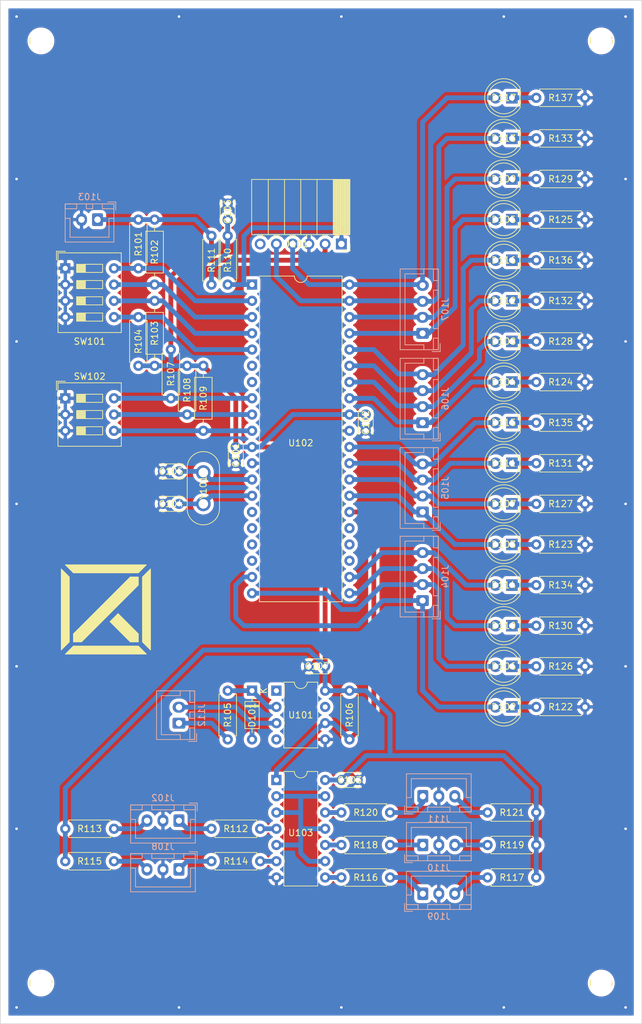
<source format=kicad_pcb>
(kicad_pcb (version 20171130) (host pcbnew "(5.1.5)-3")
  (layers (0 F.Cu signal) (31 B.Cu signal) (34 B.Paste user hide) (35 F.Paste user hide) (36 B.SilkS user) (37 F.SilkS user) (38 B.Mask user hide) (39 F.Mask user hide) (44 Edge.Cuts user))
  (net 0 "")
  (net 1 GNDD)
  (net 2 +5V)
  (net 3 "Net-(C104-Pad1)")
  (net 4 "Net-(C105-Pad2)")
  (net 5 "Net-(C106-Pad1)")
  (net 6 "Net-(D101-Pad2)")
  (net 7 "Net-(D101-Pad1)")
  (net 8 PGC)
  (net 9 PGD)
  (net 10 !MCLR)
  (net 11 "Net-(J102-Pad3)")
  (net 12 "Net-(J102-Pad1)")
  (net 13 OUT_4)
  (net 14 OUT_3)
  (net 15 OUT_2)
  (net 16 OUT_1)
  (net 17 OUT_8)
  (net 18 OUT_7)
  (net 19 OUT_6)
  (net 20 OUT_5)
  (net 21 "Net-(J108-Pad3)")
  (net 22 "Net-(J108-Pad1)")
  (net 23 "Net-(J109-Pad3)")
  (net 24 "Net-(J109-Pad1)")
  (net 25 "Net-(J110-Pad3)")
  (net 26 "Net-(J110-Pad1)")
  (net 27 "Net-(J111-Pad3)")
  (net 28 "Net-(J111-Pad1)")
  (net 29 "Net-(J112-Pad1)")
  (net 30 "Net-(R101-Pad2)")
  (net 31 "Net-(R102-Pad2)")
  (net 32 "Net-(R103-Pad2)")
  (net 33 "Net-(R104-Pad2)")
  (net 34 "Net-(R106-Pad2)")
  (net 35 "Net-(R107-Pad2)")
  (net 36 "Net-(R108-Pad2)")
  (net 37 "Net-(R109-Pad2)")
  (net 38 "Net-(R112-Pad2)")
  (net 39 "Net-(R114-Pad2)")
  (net 40 "Net-(R116-Pad2)")
  (net 41 "Net-(R118-Pad2)")
  (net 42 "Net-(R120-Pad2)")
  (net 43 "Net-(U103-Pad11)")
  (net 44 "Net-(D102-Pad1)")
  (net 45 "Net-(D103-Pad1)")
  (net 46 "Net-(D104-Pad2)")
  (net 47 "Net-(D104-Pad1)")
  (net 48 "Net-(D105-Pad2)")
  (net 49 "Net-(D105-Pad1)")
  (net 50 "Net-(D106-Pad1)")
  (net 51 "Net-(D107-Pad1)")
  (net 52 "Net-(D108-Pad2)")
  (net 53 "Net-(D108-Pad1)")
  (net 54 "Net-(D109-Pad2)")
  (net 55 "Net-(D109-Pad1)")
  (net 56 "Net-(D110-Pad1)")
  (net 57 "Net-(D111-Pad1)")
  (net 58 "Net-(D112-Pad2)")
  (net 59 "Net-(D112-Pad1)")
  (net 60 "Net-(D113-Pad1)")
  (net 61 "Net-(D114-Pad1)")
  (net 62 "Net-(D115-Pad1)")
  (net 63 "Net-(D116-Pad2)")
  (net 64 "Net-(D116-Pad1)")
  (net 65 "Net-(D117-Pad1)")
  (module Lazare_Aesthetics:Lazare_Logo (layer F.Cu) (at 69.85 120.65)
    (fp_text reference REF** hide)
    (fp_text value Lazare_Logo)
  )
  (module MountingHole:MountingHole_3.2mm_M3 (layer F.Cu) (at 147.32 179.07)
    (fp_text reference H104 (at 0 0) (layer F.SilkS))
    (fp_text value MountingHole)
    (pad 1 np_thru_hole circle (at 0 0) (size 3.2 3.2) (drill 3.2) (layers *.Cu *.Mask))
  )
  (module MountingHole:MountingHole_3.2mm_M3 (layer F.Cu) (at 147.32 31.75)
    (fp_text reference H103 (at 0 0) (layer F.SilkS))
    (fp_text value MountingHole)
    (pad 1 np_thru_hole circle (at 0 0) (size 3.2 3.2) (drill 3.2) (layers *.Cu *.Mask))
  )
  (module MountingHole:MountingHole_3.2mm_M3 (layer F.Cu) (at 59.69 179.07)
    (fp_text reference H102 (at 0 0) (layer F.SilkS))
    (fp_text value MountingHole)
    (pad 1 np_thru_hole circle (at 0 0) (size 3.2 3.2) (drill 3.2) (layers *.Cu *.Mask))
  )
  (module MountingHole:MountingHole_3.2mm_M3 (layer F.Cu) (at 59.69 31.75)
    (fp_text reference H101 (at 0 0) (layer F.SilkS))
    (fp_text value MountingHole)
    (pad 1 np_thru_hole circle (at 0 0) (size 3.2 3.2) (drill 3.2) (layers *.Cu *.Mask))
  )
  (module Resistor_THT:R_Axial_DIN0207_L6.3mm_D2.5mm_P7.62mm_Horizontal (layer F.Cu) (at 137.16 40.64)
    (fp_text reference R137 (at 3.81 0) (layer F.SilkS))
    (fp_text value 100)
    (pad 2 thru_hole oval (at 7.62 0) (size 1.6 1.6) (drill 0.8) (layers *.Cu *.Mask) (net 1 GNDD))
    (pad 1 thru_hole circle (at 0 0) (size 1.6 1.6) (drill 0.8) (layers *.Cu *.Mask) (net 65 "Net-(D117-Pad1)"))
  )
  (module Resistor_THT:R_Axial_DIN0207_L6.3mm_D2.5mm_P7.62mm_Horizontal (layer F.Cu) (at 137.16 66.04)
    (fp_text reference R136 (at 3.81 0) (layer F.SilkS))
    (fp_text value 100)
    (pad 2 thru_hole oval (at 7.62 0) (size 1.6 1.6) (drill 0.8) (layers *.Cu *.Mask) (net 1 GNDD))
    (pad 1 thru_hole circle (at 0 0) (size 1.6 1.6) (drill 0.8) (layers *.Cu *.Mask) (net 64 "Net-(D116-Pad1)"))
  )
  (module Resistor_THT:R_Axial_DIN0207_L6.3mm_D2.5mm_P7.62mm_Horizontal (layer F.Cu) (at 137.16 91.44)
    (fp_text reference R135 (at 3.81 0) (layer F.SilkS))
    (fp_text value 100)
    (pad 2 thru_hole oval (at 7.62 0) (size 1.6 1.6) (drill 0.8) (layers *.Cu *.Mask) (net 1 GNDD))
    (pad 1 thru_hole circle (at 0 0) (size 1.6 1.6) (drill 0.8) (layers *.Cu *.Mask) (net 62 "Net-(D115-Pad1)"))
  )
  (module Resistor_THT:R_Axial_DIN0207_L6.3mm_D2.5mm_P7.62mm_Horizontal (layer F.Cu) (at 137.16 116.84)
    (fp_text reference R134 (at 3.81 0) (layer F.SilkS))
    (fp_text value 100)
    (pad 2 thru_hole oval (at 7.62 0) (size 1.6 1.6) (drill 0.8) (layers *.Cu *.Mask) (net 1 GNDD))
    (pad 1 thru_hole circle (at 0 0) (size 1.6 1.6) (drill 0.8) (layers *.Cu *.Mask) (net 61 "Net-(D114-Pad1)"))
  )
  (module Resistor_THT:R_Axial_DIN0207_L6.3mm_D2.5mm_P7.62mm_Horizontal (layer F.Cu) (at 137.16 46.99)
    (fp_text reference R133 (at 3.81 0) (layer F.SilkS))
    (fp_text value 100)
    (pad 2 thru_hole oval (at 7.62 0) (size 1.6 1.6) (drill 0.8) (layers *.Cu *.Mask) (net 1 GNDD))
    (pad 1 thru_hole circle (at 0 0) (size 1.6 1.6) (drill 0.8) (layers *.Cu *.Mask) (net 60 "Net-(D113-Pad1)"))
  )
  (module Resistor_THT:R_Axial_DIN0207_L6.3mm_D2.5mm_P7.62mm_Horizontal (layer F.Cu) (at 137.16 72.39)
    (fp_text reference R132 (at 3.81 0) (layer F.SilkS))
    (fp_text value 100)
    (pad 2 thru_hole oval (at 7.62 0) (size 1.6 1.6) (drill 0.8) (layers *.Cu *.Mask) (net 1 GNDD))
    (pad 1 thru_hole circle (at 0 0) (size 1.6 1.6) (drill 0.8) (layers *.Cu *.Mask) (net 59 "Net-(D112-Pad1)"))
  )
  (module Resistor_THT:R_Axial_DIN0207_L6.3mm_D2.5mm_P7.62mm_Horizontal (layer F.Cu) (at 137.16 97.79)
    (fp_text reference R131 (at 3.81 0) (layer F.SilkS))
    (fp_text value 100)
    (pad 2 thru_hole oval (at 7.62 0) (size 1.6 1.6) (drill 0.8) (layers *.Cu *.Mask) (net 1 GNDD))
    (pad 1 thru_hole circle (at 0 0) (size 1.6 1.6) (drill 0.8) (layers *.Cu *.Mask) (net 57 "Net-(D111-Pad1)"))
  )
  (module Resistor_THT:R_Axial_DIN0207_L6.3mm_D2.5mm_P7.62mm_Horizontal (layer F.Cu) (at 137.16 123.19)
    (fp_text reference R130 (at 3.81 0) (layer F.SilkS))
    (fp_text value 100)
    (pad 2 thru_hole oval (at 7.62 0) (size 1.6 1.6) (drill 0.8) (layers *.Cu *.Mask) (net 1 GNDD))
    (pad 1 thru_hole circle (at 0 0) (size 1.6 1.6) (drill 0.8) (layers *.Cu *.Mask) (net 56 "Net-(D110-Pad1)"))
  )
  (module Resistor_THT:R_Axial_DIN0207_L6.3mm_D2.5mm_P7.62mm_Horizontal (layer F.Cu) (at 137.16 53.34)
    (fp_text reference R129 (at 3.81 0) (layer F.SilkS))
    (fp_text value 100)
    (pad 2 thru_hole oval (at 7.62 0) (size 1.6 1.6) (drill 0.8) (layers *.Cu *.Mask) (net 1 GNDD))
    (pad 1 thru_hole circle (at 0 0) (size 1.6 1.6) (drill 0.8) (layers *.Cu *.Mask) (net 55 "Net-(D109-Pad1)"))
  )
  (module Resistor_THT:R_Axial_DIN0207_L6.3mm_D2.5mm_P7.62mm_Horizontal (layer F.Cu) (at 137.16 78.74)
    (fp_text reference R128 (at 3.81 0) (layer F.SilkS))
    (fp_text value 100)
    (pad 2 thru_hole oval (at 7.62 0) (size 1.6 1.6) (drill 0.8) (layers *.Cu *.Mask) (net 1 GNDD))
    (pad 1 thru_hole circle (at 0 0) (size 1.6 1.6) (drill 0.8) (layers *.Cu *.Mask) (net 53 "Net-(D108-Pad1)"))
  )
  (module Resistor_THT:R_Axial_DIN0207_L6.3mm_D2.5mm_P7.62mm_Horizontal (layer F.Cu) (at 137.16 104.14)
    (fp_text reference R127 (at 3.81 0) (layer F.SilkS))
    (fp_text value 100)
    (pad 2 thru_hole oval (at 7.62 0) (size 1.6 1.6) (drill 0.8) (layers *.Cu *.Mask) (net 1 GNDD))
    (pad 1 thru_hole circle (at 0 0) (size 1.6 1.6) (drill 0.8) (layers *.Cu *.Mask) (net 51 "Net-(D107-Pad1)"))
  )
  (module Resistor_THT:R_Axial_DIN0207_L6.3mm_D2.5mm_P7.62mm_Horizontal (layer F.Cu) (at 137.16 129.54)
    (fp_text reference R126 (at 3.81 0) (layer F.SilkS))
    (fp_text value 100)
    (pad 2 thru_hole oval (at 7.62 0) (size 1.6 1.6) (drill 0.8) (layers *.Cu *.Mask) (net 1 GNDD))
    (pad 1 thru_hole circle (at 0 0) (size 1.6 1.6) (drill 0.8) (layers *.Cu *.Mask) (net 50 "Net-(D106-Pad1)"))
  )
  (module Resistor_THT:R_Axial_DIN0207_L6.3mm_D2.5mm_P7.62mm_Horizontal (layer F.Cu) (at 137.16 59.69)
    (fp_text reference R125 (at 3.81 0) (layer F.SilkS))
    (fp_text value 100)
    (pad 2 thru_hole oval (at 7.62 0) (size 1.6 1.6) (drill 0.8) (layers *.Cu *.Mask) (net 1 GNDD))
    (pad 1 thru_hole circle (at 0 0) (size 1.6 1.6) (drill 0.8) (layers *.Cu *.Mask) (net 49 "Net-(D105-Pad1)"))
  )
  (module Resistor_THT:R_Axial_DIN0207_L6.3mm_D2.5mm_P7.62mm_Horizontal (layer F.Cu) (at 137.16 85.09)
    (fp_text reference R124 (at 3.81 0) (layer F.SilkS))
    (fp_text value 100)
    (pad 2 thru_hole oval (at 7.62 0) (size 1.6 1.6) (drill 0.8) (layers *.Cu *.Mask) (net 1 GNDD))
    (pad 1 thru_hole circle (at 0 0) (size 1.6 1.6) (drill 0.8) (layers *.Cu *.Mask) (net 47 "Net-(D104-Pad1)"))
  )
  (module Resistor_THT:R_Axial_DIN0207_L6.3mm_D2.5mm_P7.62mm_Horizontal (layer F.Cu) (at 137.16 110.49)
    (fp_text reference R123 (at 3.81 0) (layer F.SilkS))
    (fp_text value 100)
    (pad 2 thru_hole oval (at 7.62 0) (size 1.6 1.6) (drill 0.8) (layers *.Cu *.Mask) (net 1 GNDD))
    (pad 1 thru_hole circle (at 0 0) (size 1.6 1.6) (drill 0.8) (layers *.Cu *.Mask) (net 45 "Net-(D103-Pad1)"))
  )
  (module Resistor_THT:R_Axial_DIN0207_L6.3mm_D2.5mm_P7.62mm_Horizontal (layer F.Cu) (at 137.16 135.89)
    (fp_text reference R122 (at 3.81 0) (layer F.SilkS))
    (fp_text value 100)
    (pad 2 thru_hole oval (at 7.62 0) (size 1.6 1.6) (drill 0.8) (layers *.Cu *.Mask) (net 1 GNDD))
    (pad 1 thru_hole circle (at 0 0) (size 1.6 1.6) (drill 0.8) (layers *.Cu *.Mask) (net 44 "Net-(D102-Pad1)"))
  )
  (module LED_THT:LED_D5.0mm (layer F.Cu) (at 133.35 40.64 180)
    (fp_text reference D117 (at 1.27 0) (layer F.SilkS))
    (fp_text value LED)
    (pad 2 thru_hole circle (at 2.54 0 180) (size 1.8 1.8) (drill 0.9) (layers *.Cu *.Mask) (net 9 PGD))
    (pad 1 thru_hole rect (at 0 0 180) (size 1.8 1.8) (drill 0.9) (layers *.Cu *.Mask) (net 65 "Net-(D117-Pad1)"))
  )
  (module LED_THT:LED_D5.0mm (layer F.Cu) (at 133.35 66.04 180)
    (fp_text reference D116 (at 1.27 0) (layer F.SilkS))
    (fp_text value LED)
    (pad 2 thru_hole circle (at 2.54 0 180) (size 1.8 1.8) (drill 0.9) (layers *.Cu *.Mask) (net 63 "Net-(D116-Pad2)"))
    (pad 1 thru_hole rect (at 0 0 180) (size 1.8 1.8) (drill 0.9) (layers *.Cu *.Mask) (net 64 "Net-(D116-Pad1)"))
  )
  (module LED_THT:LED_D5.0mm (layer F.Cu) (at 133.35 91.44 180)
    (fp_text reference D115 (at 1.27 0) (layer F.SilkS))
    (fp_text value LED)
    (pad 2 thru_hole circle (at 2.54 0 180) (size 1.8 1.8) (drill 0.9) (layers *.Cu *.Mask) (net 17 OUT_8))
    (pad 1 thru_hole rect (at 0 0 180) (size 1.8 1.8) (drill 0.9) (layers *.Cu *.Mask) (net 62 "Net-(D115-Pad1)"))
  )
  (module LED_THT:LED_D5.0mm (layer F.Cu) (at 133.35 116.84 180)
    (fp_text reference D114 (at 1.27 0) (layer F.SilkS))
    (fp_text value LED)
    (pad 2 thru_hole circle (at 2.54 0 180) (size 1.8 1.8) (drill 0.9) (layers *.Cu *.Mask) (net 13 OUT_4))
    (pad 1 thru_hole rect (at 0 0 180) (size 1.8 1.8) (drill 0.9) (layers *.Cu *.Mask) (net 61 "Net-(D114-Pad1)"))
  )
  (module LED_THT:LED_D5.0mm (layer F.Cu) (at 133.35 46.99 180)
    (fp_text reference D113 (at 1.27 0) (layer F.SilkS))
    (fp_text value LED)
    (pad 2 thru_hole circle (at 2.54 0 180) (size 1.8 1.8) (drill 0.9) (layers *.Cu *.Mask) (net 8 PGC))
    (pad 1 thru_hole rect (at 0 0 180) (size 1.8 1.8) (drill 0.9) (layers *.Cu *.Mask) (net 60 "Net-(D113-Pad1)"))
  )
  (module LED_THT:LED_D5.0mm (layer F.Cu) (at 133.35 72.39 180)
    (fp_text reference D112 (at 1.27 0) (layer F.SilkS))
    (fp_text value LED)
    (pad 2 thru_hole circle (at 2.54 0 180) (size 1.8 1.8) (drill 0.9) (layers *.Cu *.Mask) (net 58 "Net-(D112-Pad2)"))
    (pad 1 thru_hole rect (at 0 0 180) (size 1.8 1.8) (drill 0.9) (layers *.Cu *.Mask) (net 59 "Net-(D112-Pad1)"))
  )
  (module LED_THT:LED_D5.0mm (layer F.Cu) (at 133.35 97.79 180)
    (fp_text reference D111 (at 1.27 0) (layer F.SilkS))
    (fp_text value LED)
    (pad 2 thru_hole circle (at 2.54 0 180) (size 1.8 1.8) (drill 0.9) (layers *.Cu *.Mask) (net 18 OUT_7))
    (pad 1 thru_hole rect (at 0 0 180) (size 1.8 1.8) (drill 0.9) (layers *.Cu *.Mask) (net 57 "Net-(D111-Pad1)"))
  )
  (module LED_THT:LED_D5.0mm (layer F.Cu) (at 133.35 123.19 180)
    (fp_text reference D110 (at 1.27 0) (layer F.SilkS))
    (fp_text value LED)
    (pad 2 thru_hole circle (at 2.54 0 180) (size 1.8 1.8) (drill 0.9) (layers *.Cu *.Mask) (net 14 OUT_3))
    (pad 1 thru_hole rect (at 0 0 180) (size 1.8 1.8) (drill 0.9) (layers *.Cu *.Mask) (net 56 "Net-(D110-Pad1)"))
  )
  (module LED_THT:LED_D5.0mm (layer F.Cu) (at 133.35 53.34 180)
    (fp_text reference D109 (at 1.27 0) (layer F.SilkS))
    (fp_text value LED)
    (pad 2 thru_hole circle (at 2.54 0 180) (size 1.8 1.8) (drill 0.9) (layers *.Cu *.Mask) (net 54 "Net-(D109-Pad2)"))
    (pad 1 thru_hole rect (at 0 0 180) (size 1.8 1.8) (drill 0.9) (layers *.Cu *.Mask) (net 55 "Net-(D109-Pad1)"))
  )
  (module LED_THT:LED_D5.0mm (layer F.Cu) (at 133.35 78.74 180)
    (fp_text reference D108 (at 1.27 0) (layer F.SilkS))
    (fp_text value LED)
    (pad 2 thru_hole circle (at 2.54 0 180) (size 1.8 1.8) (drill 0.9) (layers *.Cu *.Mask) (net 52 "Net-(D108-Pad2)"))
    (pad 1 thru_hole rect (at 0 0 180) (size 1.8 1.8) (drill 0.9) (layers *.Cu *.Mask) (net 53 "Net-(D108-Pad1)"))
  )
  (module LED_THT:LED_D5.0mm (layer F.Cu) (at 133.35 104.14 180)
    (fp_text reference D107 (at 1.27 0) (layer F.SilkS))
    (fp_text value LED)
    (pad 2 thru_hole circle (at 2.54 0 180) (size 1.8 1.8) (drill 0.9) (layers *.Cu *.Mask) (net 19 OUT_6))
    (pad 1 thru_hole rect (at 0 0 180) (size 1.8 1.8) (drill 0.9) (layers *.Cu *.Mask) (net 51 "Net-(D107-Pad1)"))
  )
  (module LED_THT:LED_D5.0mm (layer F.Cu) (at 133.35 129.54 180)
    (fp_text reference D106 (at 1.27 0) (layer F.SilkS))
    (fp_text value LED)
    (pad 2 thru_hole circle (at 2.54 0 180) (size 1.8 1.8) (drill 0.9) (layers *.Cu *.Mask) (net 15 OUT_2))
    (pad 1 thru_hole rect (at 0 0 180) (size 1.8 1.8) (drill 0.9) (layers *.Cu *.Mask) (net 50 "Net-(D106-Pad1)"))
  )
  (module LED_THT:LED_D5.0mm (layer F.Cu) (at 133.35 59.69 180)
    (fp_text reference D105 (at 1.27 0) (layer F.SilkS))
    (fp_text value LED)
    (pad 2 thru_hole circle (at 2.54 0 180) (size 1.8 1.8) (drill 0.9) (layers *.Cu *.Mask) (net 48 "Net-(D105-Pad2)"))
    (pad 1 thru_hole rect (at 0 0 180) (size 1.8 1.8) (drill 0.9) (layers *.Cu *.Mask) (net 49 "Net-(D105-Pad1)"))
  )
  (module LED_THT:LED_D5.0mm (layer F.Cu) (at 133.35 85.09 180)
    (fp_text reference D104 (at 1.27 0) (layer F.SilkS))
    (fp_text value LED)
    (pad 2 thru_hole circle (at 2.54 0 180) (size 1.8 1.8) (drill 0.9) (layers *.Cu *.Mask) (net 46 "Net-(D104-Pad2)"))
    (pad 1 thru_hole rect (at 0 0 180) (size 1.8 1.8) (drill 0.9) (layers *.Cu *.Mask) (net 47 "Net-(D104-Pad1)"))
  )
  (module LED_THT:LED_D5.0mm (layer F.Cu) (at 133.35 110.49 180)
    (fp_text reference D103 (at 1.27 0) (layer F.SilkS))
    (fp_text value LED)
    (pad 2 thru_hole circle (at 2.54 0 180) (size 1.8 1.8) (drill 0.9) (layers *.Cu *.Mask) (net 20 OUT_5))
    (pad 1 thru_hole rect (at 0 0 180) (size 1.8 1.8) (drill 0.9) (layers *.Cu *.Mask) (net 45 "Net-(D103-Pad1)"))
  )
  (module LED_THT:LED_D5.0mm (layer F.Cu) (at 133.35 135.89 180)
    (fp_text reference D102 (at 1.27 0) (layer F.SilkS))
    (fp_text value LED)
    (pad 2 thru_hole circle (at 2.54 0 180) (size 1.8 1.8) (drill 0.9) (layers *.Cu *.Mask) (net 16 OUT_1))
    (pad 1 thru_hole rect (at 0 0 180) (size 1.8 1.8) (drill 0.9) (layers *.Cu *.Mask) (net 44 "Net-(D102-Pad1)"))
  )
  (module Resistor_THT:R_Axial_DIN0207_L6.3mm_D2.5mm_P10.16mm_Horizontal (layer F.Cu) (at 85.09 82.55 270)
    (fp_text reference R109 (at 5.08 0 90) (layer F.SilkS))
    (fp_text value 10k)
    (pad 2 thru_hole oval (at 10.16 0 270) (size 1.6 1.6) (drill 0.8) (layers *.Cu *.Mask) (net 37 "Net-(R109-Pad2)"))
    (pad 1 thru_hole circle (at 0 0 270) (size 1.6 1.6) (drill 0.8) (layers *.Cu *.Mask) (net 2 +5V))
  )
  (module Resistor_THT:R_Axial_DIN0207_L6.3mm_D2.5mm_P10.16mm_Horizontal (layer F.Cu) (at 77.47 82.55 90)
    (fp_text reference R103 (at 5.08 0 90) (layer F.SilkS))
    (fp_text value 10k)
    (pad 2 thru_hole oval (at 10.16 0 90) (size 1.6 1.6) (drill 0.8) (layers *.Cu *.Mask) (net 32 "Net-(R103-Pad2)"))
    (pad 1 thru_hole circle (at 0 0 90) (size 1.6 1.6) (drill 0.8) (layers *.Cu *.Mask) (net 2 +5V))
  )
  (module Resistor_THT:R_Axial_DIN0207_L6.3mm_D2.5mm_P10.16mm_Horizontal (layer F.Cu) (at 77.47 59.69 270)
    (fp_text reference R102 (at 5.08 0 90) (layer F.SilkS))
    (fp_text value 10k)
    (pad 2 thru_hole oval (at 10.16 0 270) (size 1.6 1.6) (drill 0.8) (layers *.Cu *.Mask) (net 31 "Net-(R102-Pad2)"))
    (pad 1 thru_hole circle (at 0 0 270) (size 1.6 1.6) (drill 0.8) (layers *.Cu *.Mask) (net 2 +5V))
  )
  (module Capacitor_THT:C_Disc_D3.4mm_W2.1mm_P2.50mm (layer F.Cu) (at 110.49 90.17 270)
    (fp_text reference C102 (at 1.27 0 90) (layer F.SilkS))
    (fp_text value 100n)
    (pad 2 thru_hole circle (at 2.5 0 270) (size 1.6 1.6) (drill 0.8) (layers *.Cu *.Mask) (net 1 GNDD))
    (pad 1 thru_hole circle (at 0 0 270) (size 1.6 1.6) (drill 0.8) (layers *.Cu *.Mask) (net 2 +5V))
  )
  (module Capacitor_THT:C_Disc_D3.4mm_W2.1mm_P2.50mm (layer F.Cu) (at 90.17 95.25 270)
    (fp_text reference C101 (at 1.27 0 90) (layer F.SilkS))
    (fp_text value 100n)
    (pad 2 thru_hole circle (at 2.5 0 270) (size 1.6 1.6) (drill 0.8) (layers *.Cu *.Mask) (net 1 GNDD))
    (pad 1 thru_hole circle (at 0 0 270) (size 1.6 1.6) (drill 0.8) (layers *.Cu *.Mask) (net 2 +5V))
  )
  (module Capacitor_THT:C_Disc_D3.4mm_W2.1mm_P2.50mm (layer F.Cu) (at 104.14 129.54 180)
    (fp_text reference C107 (at 1.27 0) (layer F.SilkS))
    (fp_text value 100n)
    (pad 2 thru_hole circle (at 2.5 0 180) (size 1.6 1.6) (drill 0.8) (layers *.Cu *.Mask) (net 1 GNDD))
    (pad 1 thru_hole circle (at 0 0 180) (size 1.6 1.6) (drill 0.8) (layers *.Cu *.Mask) (net 2 +5V))
  )
  (module Capacitor_THT:C_Disc_D3.4mm_W2.1mm_P2.50mm (layer F.Cu) (at 88.9 59.69 90)
    (fp_text reference C106 (at 1.25 0 90) (layer F.SilkS))
    (fp_text value 100n)
    (pad 2 thru_hole circle (at 2.5 0 90) (size 1.6 1.6) (drill 0.8) (layers *.Cu *.Mask) (net 1 GNDD))
    (pad 1 thru_hole circle (at 0 0 90) (size 1.6 1.6) (drill 0.8) (layers *.Cu *.Mask) (net 5 "Net-(C106-Pad1)"))
  )
  (module Capacitor_THT:C_Disc_D3.4mm_W2.1mm_P2.50mm (layer F.Cu) (at 78.78 99.06)
    (fp_text reference C105 (at 1.25 0) (layer F.SilkS))
    (fp_text value 15p)
    (pad 2 thru_hole circle (at 2.5 0) (size 1.6 1.6) (drill 0.8) (layers *.Cu *.Mask) (net 4 "Net-(C105-Pad2)"))
    (pad 1 thru_hole circle (at 0 0) (size 1.6 1.6) (drill 0.8) (layers *.Cu *.Mask) (net 1 GNDD))
  )
  (module Capacitor_THT:C_Disc_D3.4mm_W2.1mm_P2.50mm (layer F.Cu) (at 81.28 104.14 180)
    (fp_text reference C104 (at 1.25 0) (layer F.SilkS))
    (fp_text value 15p)
    (pad 2 thru_hole circle (at 2.5 0 180) (size 1.6 1.6) (drill 0.8) (layers *.Cu *.Mask) (net 1 GNDD))
    (pad 1 thru_hole circle (at 0 0 180) (size 1.6 1.6) (drill 0.8) (layers *.Cu *.Mask) (net 3 "Net-(C104-Pad1)"))
  )
  (module Capacitor_THT:C_Disc_D3.4mm_W2.1mm_P2.50mm (layer F.Cu) (at 106.72 147.32)
    (fp_text reference C103 (at 1.25 0) (layer F.SilkS))
    (fp_text value 100n)
    (pad 2 thru_hole circle (at 2.5 0) (size 1.6 1.6) (drill 0.8) (layers *.Cu *.Mask) (net 1 GNDD))
    (pad 1 thru_hole circle (at 0 0) (size 1.6 1.6) (drill 0.8) (layers *.Cu *.Mask) (net 2 +5V))
  )
  (module Crystal:Crystal_HC50_Vertical (layer F.Cu) (at 85.09 99.24 270)
    (fp_text reference Y101 (at 2.36 0 90) (layer F.SilkS))
    (fp_text value 20MHz)
    (pad 2 thru_hole circle (at 4.9 0 270) (size 2.3 2.3) (drill 1.5) (layers *.Cu *.Mask) (net 3 "Net-(C104-Pad1)"))
    (pad 1 thru_hole circle (at 0 0 270) (size 2.3 2.3) (drill 1.5) (layers *.Cu *.Mask) (net 4 "Net-(C105-Pad2)"))
  )
  (module Package_DIP:DIP-14_W7.62mm (layer F.Cu) (at 96.52 147.32)
    (fp_text reference U103 (at 3.81 8.255) (layer F.SilkS))
    (fp_text value 74HC14)
    (pad 14 thru_hole oval (at 7.62 0) (size 1.6 1.6) (drill 0.8) (layers *.Cu *.Mask) (net 2 +5V))
    (pad 7 thru_hole oval (at 0 15.24) (size 1.6 1.6) (drill 0.8) (layers *.Cu *.Mask) (net 1 GNDD))
    (pad 13 thru_hole oval (at 7.62 2.54) (size 1.6 1.6) (drill 0.8) (layers *.Cu *.Mask) (net 43 "Net-(U103-Pad11)"))
    (pad 6 thru_hole oval (at 0 12.7) (size 1.6 1.6) (drill 0.8) (layers *.Cu *.Mask) (net 39 "Net-(R114-Pad2)"))
    (pad 12 thru_hole oval (at 7.62 5.08) (size 1.6 1.6) (drill 0.8) (layers *.Cu *.Mask) (net 42 "Net-(R120-Pad2)"))
    (pad 5 thru_hole oval (at 0 10.16) (size 1.6 1.6) (drill 0.8) (layers *.Cu *.Mask) (net 43 "Net-(U103-Pad11)"))
    (pad 11 thru_hole oval (at 7.62 7.62) (size 1.6 1.6) (drill 0.8) (layers *.Cu *.Mask) (net 43 "Net-(U103-Pad11)"))
    (pad 4 thru_hole oval (at 0 7.62) (size 1.6 1.6) (drill 0.8) (layers *.Cu *.Mask) (net 38 "Net-(R112-Pad2)"))
    (pad 10 thru_hole oval (at 7.62 10.16) (size 1.6 1.6) (drill 0.8) (layers *.Cu *.Mask) (net 41 "Net-(R118-Pad2)"))
    (pad 3 thru_hole oval (at 0 5.08) (size 1.6 1.6) (drill 0.8) (layers *.Cu *.Mask) (net 43 "Net-(U103-Pad11)"))
    (pad 9 thru_hole oval (at 7.62 12.7) (size 1.6 1.6) (drill 0.8) (layers *.Cu *.Mask) (net 43 "Net-(U103-Pad11)"))
    (pad 2 thru_hole oval (at 0 2.54) (size 1.6 1.6) (drill 0.8) (layers *.Cu *.Mask) (net 43 "Net-(U103-Pad11)"))
    (pad 8 thru_hole oval (at 7.62 15.24) (size 1.6 1.6) (drill 0.8) (layers *.Cu *.Mask) (net 40 "Net-(R116-Pad2)"))
    (pad 1 thru_hole rect (at 0 0) (size 1.6 1.6) (drill 0.8) (layers *.Cu *.Mask) (net 34 "Net-(R106-Pad2)"))
  )
  (module Package_DIP:DIP-40_W15.24mm (layer F.Cu) (at 92.71 69.85)
    (fp_text reference U102 (at 7.62 24.765) (layer F.SilkS))
    (fp_text value PIC18F4550-IP)
    (pad 40 thru_hole oval (at 15.24 0) (size 1.6 1.6) (drill 0.8) (layers *.Cu *.Mask) (net 9 PGD))
    (pad 20 thru_hole oval (at 0 48.26) (size 1.6 1.6) (drill 0.8) (layers *.Cu *.Mask) (net 15 OUT_2))
    (pad 39 thru_hole oval (at 15.24 2.54) (size 1.6 1.6) (drill 0.8) (layers *.Cu *.Mask) (net 8 PGC))
    (pad 19 thru_hole oval (at 0 45.72) (size 1.6 1.6) (drill 0.8) (layers *.Cu *.Mask) (net 16 OUT_1))
    (pad 38 thru_hole oval (at 15.24 5.08) (size 1.6 1.6) (drill 0.8) (layers *.Cu *.Mask) (net 54 "Net-(D109-Pad2)"))
    (pad 18 thru_hole oval (at 0 43.18) (size 1.6 1.6) (drill 0.8) (layers *.Cu *.Mask))
    (pad 37 thru_hole oval (at 15.24 7.62) (size 1.6 1.6) (drill 0.8) (layers *.Cu *.Mask) (net 48 "Net-(D105-Pad2)"))
    (pad 17 thru_hole oval (at 0 40.64) (size 1.6 1.6) (drill 0.8) (layers *.Cu *.Mask))
    (pad 36 thru_hole oval (at 15.24 10.16) (size 1.6 1.6) (drill 0.8) (layers *.Cu *.Mask) (net 63 "Net-(D116-Pad2)"))
    (pad 16 thru_hole oval (at 0 38.1) (size 1.6 1.6) (drill 0.8) (layers *.Cu *.Mask))
    (pad 35 thru_hole oval (at 15.24 12.7) (size 1.6 1.6) (drill 0.8) (layers *.Cu *.Mask) (net 58 "Net-(D112-Pad2)"))
    (pad 15 thru_hole oval (at 0 35.56) (size 1.6 1.6) (drill 0.8) (layers *.Cu *.Mask))
    (pad 34 thru_hole oval (at 15.24 15.24) (size 1.6 1.6) (drill 0.8) (layers *.Cu *.Mask) (net 52 "Net-(D108-Pad2)"))
    (pad 14 thru_hole oval (at 0 33.02) (size 1.6 1.6) (drill 0.8) (layers *.Cu *.Mask) (net 3 "Net-(C104-Pad1)"))
    (pad 33 thru_hole oval (at 15.24 17.78) (size 1.6 1.6) (drill 0.8) (layers *.Cu *.Mask) (net 46 "Net-(D104-Pad2)"))
    (pad 13 thru_hole oval (at 0 30.48) (size 1.6 1.6) (drill 0.8) (layers *.Cu *.Mask) (net 4 "Net-(C105-Pad2)"))
    (pad 32 thru_hole oval (at 15.24 20.32) (size 1.6 1.6) (drill 0.8) (layers *.Cu *.Mask) (net 2 +5V))
    (pad 12 thru_hole oval (at 0 27.94) (size 1.6 1.6) (drill 0.8) (layers *.Cu *.Mask) (net 1 GNDD))
    (pad 31 thru_hole oval (at 15.24 22.86) (size 1.6 1.6) (drill 0.8) (layers *.Cu *.Mask) (net 1 GNDD))
    (pad 11 thru_hole oval (at 0 25.4) (size 1.6 1.6) (drill 0.8) (layers *.Cu *.Mask) (net 2 +5V))
    (pad 30 thru_hole oval (at 15.24 25.4) (size 1.6 1.6) (drill 0.8) (layers *.Cu *.Mask) (net 17 OUT_8))
    (pad 10 thru_hole oval (at 0 22.86) (size 1.6 1.6) (drill 0.8) (layers *.Cu *.Mask) (net 37 "Net-(R109-Pad2)"))
    (pad 29 thru_hole oval (at 15.24 27.94) (size 1.6 1.6) (drill 0.8) (layers *.Cu *.Mask) (net 18 OUT_7))
    (pad 9 thru_hole oval (at 0 20.32) (size 1.6 1.6) (drill 0.8) (layers *.Cu *.Mask) (net 36 "Net-(R108-Pad2)"))
    (pad 28 thru_hole oval (at 15.24 30.48) (size 1.6 1.6) (drill 0.8) (layers *.Cu *.Mask) (net 19 OUT_6))
    (pad 8 thru_hole oval (at 0 17.78) (size 1.6 1.6) (drill 0.8) (layers *.Cu *.Mask) (net 35 "Net-(R107-Pad2)"))
    (pad 27 thru_hole oval (at 15.24 33.02) (size 1.6 1.6) (drill 0.8) (layers *.Cu *.Mask) (net 20 OUT_5))
    (pad 7 thru_hole oval (at 0 15.24) (size 1.6 1.6) (drill 0.8) (layers *.Cu *.Mask))
    (pad 26 thru_hole oval (at 15.24 35.56) (size 1.6 1.6) (drill 0.8) (layers *.Cu *.Mask) (net 34 "Net-(R106-Pad2)"))
    (pad 6 thru_hole oval (at 0 12.7) (size 1.6 1.6) (drill 0.8) (layers *.Cu *.Mask))
    (pad 25 thru_hole oval (at 15.24 38.1) (size 1.6 1.6) (drill 0.8) (layers *.Cu *.Mask))
    (pad 5 thru_hole oval (at 0 10.16) (size 1.6 1.6) (drill 0.8) (layers *.Cu *.Mask) (net 33 "Net-(R104-Pad2)"))
    (pad 24 thru_hole oval (at 15.24 40.64) (size 1.6 1.6) (drill 0.8) (layers *.Cu *.Mask))
    (pad 4 thru_hole oval (at 0 7.62) (size 1.6 1.6) (drill 0.8) (layers *.Cu *.Mask) (net 32 "Net-(R103-Pad2)"))
    (pad 23 thru_hole oval (at 15.24 43.18) (size 1.6 1.6) (drill 0.8) (layers *.Cu *.Mask))
    (pad 3 thru_hole oval (at 0 5.08) (size 1.6 1.6) (drill 0.8) (layers *.Cu *.Mask) (net 31 "Net-(R102-Pad2)"))
    (pad 22 thru_hole oval (at 15.24 45.72) (size 1.6 1.6) (drill 0.8) (layers *.Cu *.Mask) (net 13 OUT_4))
    (pad 2 thru_hole oval (at 0 2.54) (size 1.6 1.6) (drill 0.8) (layers *.Cu *.Mask) (net 30 "Net-(R101-Pad2)"))
    (pad 21 thru_hole oval (at 15.24 48.26) (size 1.6 1.6) (drill 0.8) (layers *.Cu *.Mask) (net 14 OUT_3))
    (pad 1 thru_hole rect (at 0 0) (size 1.6 1.6) (drill 0.8) (layers *.Cu *.Mask) (net 10 !MCLR))
  )
  (module Package_DIP:DIP-8_W7.62mm (layer F.Cu) (at 96.52 133.35)
    (fp_text reference U101 (at 3.81 3.81) (layer F.SilkS))
    (fp_text value 6N138)
    (pad 8 thru_hole oval (at 7.62 0) (size 1.6 1.6) (drill 0.8) (layers *.Cu *.Mask) (net 2 +5V))
    (pad 4 thru_hole oval (at 0 7.62) (size 1.6 1.6) (drill 0.8) (layers *.Cu *.Mask))
    (pad 7 thru_hole oval (at 7.62 2.54) (size 1.6 1.6) (drill 0.8) (layers *.Cu *.Mask))
    (pad 3 thru_hole oval (at 0 5.08) (size 1.6 1.6) (drill 0.8) (layers *.Cu *.Mask) (net 6 "Net-(D101-Pad2)"))
    (pad 6 thru_hole oval (at 7.62 5.08) (size 1.6 1.6) (drill 0.8) (layers *.Cu *.Mask) (net 34 "Net-(R106-Pad2)"))
    (pad 2 thru_hole oval (at 0 2.54) (size 1.6 1.6) (drill 0.8) (layers *.Cu *.Mask) (net 7 "Net-(D101-Pad1)"))
    (pad 5 thru_hole oval (at 7.62 7.62) (size 1.6 1.6) (drill 0.8) (layers *.Cu *.Mask) (net 1 GNDD))
    (pad 1 thru_hole rect (at 0 0) (size 1.6 1.6) (drill 0.8) (layers *.Cu *.Mask))
  )
  (module Button_Switch_THT:SW_DIP_SPSTx03_Slide_9.78x9.8mm_W7.62mm_P2.54mm (layer F.Cu) (at 63.5 87.63)
    (fp_text reference SW102 (at 3.81 -3.42) (layer F.SilkS))
    (fp_text value SW_DIP_x03)
    (pad 6 thru_hole oval (at 7.62 0) (size 1.6 1.6) (drill 0.8) (layers *.Cu *.Mask) (net 35 "Net-(R107-Pad2)"))
    (pad 3 thru_hole oval (at 0 5.08) (size 1.6 1.6) (drill 0.8) (layers *.Cu *.Mask) (net 1 GNDD))
    (pad 5 thru_hole oval (at 7.62 2.54) (size 1.6 1.6) (drill 0.8) (layers *.Cu *.Mask) (net 36 "Net-(R108-Pad2)"))
    (pad 2 thru_hole oval (at 0 2.54) (size 1.6 1.6) (drill 0.8) (layers *.Cu *.Mask) (net 1 GNDD))
    (pad 4 thru_hole oval (at 7.62 5.08) (size 1.6 1.6) (drill 0.8) (layers *.Cu *.Mask) (net 37 "Net-(R109-Pad2)"))
    (pad 1 thru_hole rect (at 0 0) (size 1.6 1.6) (drill 0.8) (layers *.Cu *.Mask) (net 1 GNDD))
  )
  (module Button_Switch_THT:SW_DIP_SPSTx04_Slide_9.78x12.34mm_W7.62mm_P2.54mm (layer F.Cu) (at 63.5 67.31)
    (fp_text reference SW101 (at 3.81 11.43) (layer F.SilkS))
    (fp_text value SW_DIP_x04)
    (pad 8 thru_hole oval (at 7.62 0) (size 1.6 1.6) (drill 0.8) (layers *.Cu *.Mask) (net 30 "Net-(R101-Pad2)"))
    (pad 4 thru_hole oval (at 0 7.62) (size 1.6 1.6) (drill 0.8) (layers *.Cu *.Mask) (net 1 GNDD))
    (pad 7 thru_hole oval (at 7.62 2.54) (size 1.6 1.6) (drill 0.8) (layers *.Cu *.Mask) (net 31 "Net-(R102-Pad2)"))
    (pad 3 thru_hole oval (at 0 5.08) (size 1.6 1.6) (drill 0.8) (layers *.Cu *.Mask) (net 1 GNDD))
    (pad 6 thru_hole oval (at 7.62 5.08) (size 1.6 1.6) (drill 0.8) (layers *.Cu *.Mask) (net 32 "Net-(R103-Pad2)"))
    (pad 2 thru_hole oval (at 0 2.54) (size 1.6 1.6) (drill 0.8) (layers *.Cu *.Mask) (net 1 GNDD))
    (pad 5 thru_hole oval (at 7.62 7.62) (size 1.6 1.6) (drill 0.8) (layers *.Cu *.Mask) (net 33 "Net-(R104-Pad2)"))
    (pad 1 thru_hole rect (at 0 0) (size 1.6 1.6) (drill 0.8) (layers *.Cu *.Mask) (net 1 GNDD))
  )
  (module Resistor_THT:R_Axial_DIN0207_L6.3mm_D2.5mm_P7.62mm_Horizontal (layer F.Cu) (at 137.16 152.4 180)
    (fp_text reference R121 (at 3.81 0) (layer F.SilkS))
    (fp_text value 220)
    (pad 2 thru_hole oval (at 7.62 0 180) (size 1.6 1.6) (drill 0.8) (layers *.Cu *.Mask) (net 27 "Net-(J111-Pad3)"))
    (pad 1 thru_hole circle (at 0 0 180) (size 1.6 1.6) (drill 0.8) (layers *.Cu *.Mask) (net 2 +5V))
  )
  (module Resistor_THT:R_Axial_DIN0207_L6.3mm_D2.5mm_P7.62mm_Horizontal (layer F.Cu) (at 114.3 152.4 180)
    (fp_text reference R120 (at 3.81 0) (layer F.SilkS))
    (fp_text value 220)
    (pad 2 thru_hole oval (at 7.62 0 180) (size 1.6 1.6) (drill 0.8) (layers *.Cu *.Mask) (net 42 "Net-(R120-Pad2)"))
    (pad 1 thru_hole circle (at 0 0 180) (size 1.6 1.6) (drill 0.8) (layers *.Cu *.Mask) (net 28 "Net-(J111-Pad1)"))
  )
  (module Resistor_THT:R_Axial_DIN0207_L6.3mm_D2.5mm_P7.62mm_Horizontal (layer F.Cu) (at 137.16 157.48 180)
    (fp_text reference R119 (at 3.81 0) (layer F.SilkS))
    (fp_text value 220)
    (pad 2 thru_hole oval (at 7.62 0 180) (size 1.6 1.6) (drill 0.8) (layers *.Cu *.Mask) (net 25 "Net-(J110-Pad3)"))
    (pad 1 thru_hole circle (at 0 0 180) (size 1.6 1.6) (drill 0.8) (layers *.Cu *.Mask) (net 2 +5V))
  )
  (module Resistor_THT:R_Axial_DIN0207_L6.3mm_D2.5mm_P7.62mm_Horizontal (layer F.Cu) (at 114.3 157.48 180)
    (fp_text reference R118 (at 3.81 0) (layer F.SilkS))
    (fp_text value 220)
    (pad 2 thru_hole oval (at 7.62 0 180) (size 1.6 1.6) (drill 0.8) (layers *.Cu *.Mask) (net 41 "Net-(R118-Pad2)"))
    (pad 1 thru_hole circle (at 0 0 180) (size 1.6 1.6) (drill 0.8) (layers *.Cu *.Mask) (net 26 "Net-(J110-Pad1)"))
  )
  (module Resistor_THT:R_Axial_DIN0207_L6.3mm_D2.5mm_P7.62mm_Horizontal (layer F.Cu) (at 137.16 162.56 180)
    (fp_text reference R117 (at 3.81 0) (layer F.SilkS))
    (fp_text value 220)
    (pad 2 thru_hole oval (at 7.62 0 180) (size 1.6 1.6) (drill 0.8) (layers *.Cu *.Mask) (net 23 "Net-(J109-Pad3)"))
    (pad 1 thru_hole circle (at 0 0 180) (size 1.6 1.6) (drill 0.8) (layers *.Cu *.Mask) (net 2 +5V))
  )
  (module Resistor_THT:R_Axial_DIN0207_L6.3mm_D2.5mm_P7.62mm_Horizontal (layer F.Cu) (at 114.3 162.56 180)
    (fp_text reference R116 (at 3.81 0) (layer F.SilkS))
    (fp_text value 220)
    (pad 2 thru_hole oval (at 7.62 0 180) (size 1.6 1.6) (drill 0.8) (layers *.Cu *.Mask) (net 40 "Net-(R116-Pad2)"))
    (pad 1 thru_hole circle (at 0 0 180) (size 1.6 1.6) (drill 0.8) (layers *.Cu *.Mask) (net 24 "Net-(J109-Pad1)"))
  )
  (module Resistor_THT:R_Axial_DIN0207_L6.3mm_D2.5mm_P7.62mm_Horizontal (layer F.Cu) (at 63.5 160.02)
    (fp_text reference R115 (at 3.81 0) (layer F.SilkS))
    (fp_text value 220)
    (pad 2 thru_hole oval (at 7.62 0) (size 1.6 1.6) (drill 0.8) (layers *.Cu *.Mask) (net 21 "Net-(J108-Pad3)"))
    (pad 1 thru_hole circle (at 0 0) (size 1.6 1.6) (drill 0.8) (layers *.Cu *.Mask) (net 2 +5V))
  )
  (module Resistor_THT:R_Axial_DIN0207_L6.3mm_D2.5mm_P7.62mm_Horizontal (layer F.Cu) (at 86.36 160.02)
    (fp_text reference R114 (at 3.81 0) (layer F.SilkS))
    (fp_text value 220)
    (pad 2 thru_hole oval (at 7.62 0) (size 1.6 1.6) (drill 0.8) (layers *.Cu *.Mask) (net 39 "Net-(R114-Pad2)"))
    (pad 1 thru_hole circle (at 0 0) (size 1.6 1.6) (drill 0.8) (layers *.Cu *.Mask) (net 22 "Net-(J108-Pad1)"))
  )
  (module Resistor_THT:R_Axial_DIN0207_L6.3mm_D2.5mm_P7.62mm_Horizontal (layer F.Cu) (at 63.5 154.94)
    (fp_text reference R113 (at 3.81 0) (layer F.SilkS))
    (fp_text value 220)
    (pad 2 thru_hole oval (at 7.62 0) (size 1.6 1.6) (drill 0.8) (layers *.Cu *.Mask) (net 11 "Net-(J102-Pad3)"))
    (pad 1 thru_hole circle (at 0 0) (size 1.6 1.6) (drill 0.8) (layers *.Cu *.Mask) (net 2 +5V))
  )
  (module Resistor_THT:R_Axial_DIN0207_L6.3mm_D2.5mm_P7.62mm_Horizontal (layer F.Cu) (at 86.36 154.94)
    (fp_text reference R112 (at 3.81 0) (layer F.SilkS))
    (fp_text value 220)
    (pad 2 thru_hole oval (at 7.62 0) (size 1.6 1.6) (drill 0.8) (layers *.Cu *.Mask) (net 38 "Net-(R112-Pad2)"))
    (pad 1 thru_hole circle (at 0 0) (size 1.6 1.6) (drill 0.8) (layers *.Cu *.Mask) (net 12 "Net-(J102-Pad1)"))
  )
  (module Resistor_THT:R_Axial_DIN0207_L6.3mm_D2.5mm_P7.62mm_Horizontal (layer F.Cu) (at 86.36 62.23 270)
    (fp_text reference R111 (at 3.81 0 90) (layer F.SilkS))
    (fp_text value 10k)
    (pad 2 thru_hole oval (at 7.62 0 270) (size 1.6 1.6) (drill 0.8) (layers *.Cu *.Mask) (net 5 "Net-(C106-Pad1)"))
    (pad 1 thru_hole circle (at 0 0 270) (size 1.6 1.6) (drill 0.8) (layers *.Cu *.Mask) (net 2 +5V))
  )
  (module Resistor_THT:R_Axial_DIN0207_L6.3mm_D2.5mm_P7.62mm_Horizontal (layer F.Cu) (at 88.9 69.85 90)
    (fp_text reference R110 (at 3.81 0 90) (layer F.SilkS))
    (fp_text value 390)
    (pad 2 thru_hole oval (at 7.62 0 90) (size 1.6 1.6) (drill 0.8) (layers *.Cu *.Mask) (net 5 "Net-(C106-Pad1)"))
    (pad 1 thru_hole circle (at 0 0 90) (size 1.6 1.6) (drill 0.8) (layers *.Cu *.Mask) (net 10 !MCLR))
  )
  (module Resistor_THT:R_Axial_DIN0207_L6.3mm_D2.5mm_P7.62mm_Horizontal (layer F.Cu) (at 82.55 82.55 270)
    (fp_text reference R108 (at 3.81 0 90) (layer F.SilkS))
    (fp_text value 10k)
    (pad 2 thru_hole oval (at 7.62 0 270) (size 1.6 1.6) (drill 0.8) (layers *.Cu *.Mask) (net 36 "Net-(R108-Pad2)"))
    (pad 1 thru_hole circle (at 0 0 270) (size 1.6 1.6) (drill 0.8) (layers *.Cu *.Mask) (net 2 +5V))
  )
  (module Resistor_THT:R_Axial_DIN0207_L6.3mm_D2.5mm_P7.62mm_Horizontal (layer F.Cu) (at 80.01 80.01 270)
    (fp_text reference R107 (at 3.81 0 90) (layer F.SilkS))
    (fp_text value 10k)
    (pad 2 thru_hole oval (at 7.62 0 270) (size 1.6 1.6) (drill 0.8) (layers *.Cu *.Mask) (net 35 "Net-(R107-Pad2)"))
    (pad 1 thru_hole circle (at 0 0 270) (size 1.6 1.6) (drill 0.8) (layers *.Cu *.Mask) (net 2 +5V))
  )
  (module Resistor_THT:R_Axial_DIN0207_L6.3mm_D2.5mm_P7.62mm_Horizontal (layer F.Cu) (at 107.95 133.35 270)
    (fp_text reference R106 (at 3.81 0 90) (layer F.SilkS))
    (fp_text value 1k)
    (pad 2 thru_hole oval (at 7.62 0 270) (size 1.6 1.6) (drill 0.8) (layers *.Cu *.Mask) (net 34 "Net-(R106-Pad2)"))
    (pad 1 thru_hole circle (at 0 0 270) (size 1.6 1.6) (drill 0.8) (layers *.Cu *.Mask) (net 2 +5V))
  )
  (module Resistor_THT:R_Axial_DIN0207_L6.3mm_D2.5mm_P7.62mm_Horizontal (layer F.Cu) (at 88.9 140.97 90)
    (fp_text reference R105 (at 3.81 0 90) (layer F.SilkS))
    (fp_text value 220)
    (pad 2 thru_hole oval (at 7.62 0 90) (size 1.6 1.6) (drill 0.8) (layers *.Cu *.Mask) (net 7 "Net-(D101-Pad1)"))
    (pad 1 thru_hole circle (at 0 0 90) (size 1.6 1.6) (drill 0.8) (layers *.Cu *.Mask) (net 29 "Net-(J112-Pad1)"))
  )
  (module Resistor_THT:R_Axial_DIN0207_L6.3mm_D2.5mm_P7.62mm_Horizontal (layer F.Cu) (at 74.93 82.55 90)
    (fp_text reference R104 (at 3.81 0 90) (layer F.SilkS))
    (fp_text value 10k)
    (pad 2 thru_hole oval (at 7.62 0 90) (size 1.6 1.6) (drill 0.8) (layers *.Cu *.Mask) (net 33 "Net-(R104-Pad2)"))
    (pad 1 thru_hole circle (at 0 0 90) (size 1.6 1.6) (drill 0.8) (layers *.Cu *.Mask) (net 2 +5V))
  )
  (module Resistor_THT:R_Axial_DIN0207_L6.3mm_D2.5mm_P7.62mm_Horizontal (layer F.Cu) (at 74.93 59.69 270)
    (fp_text reference R101 (at 3.81 0 90) (layer F.SilkS))
    (fp_text value 10k)
    (pad 2 thru_hole oval (at 7.62 0 270) (size 1.6 1.6) (drill 0.8) (layers *.Cu *.Mask) (net 30 "Net-(R101-Pad2)"))
    (pad 1 thru_hole circle (at 0 0 270) (size 1.6 1.6) (drill 0.8) (layers *.Cu *.Mask) (net 2 +5V))
  )
  (module Connector_JST:JST_XH_B2B-XH-A_1x02_P2.50mm_Vertical (layer B.Cu) (at 81.28 138.43 90)
    (fp_text reference J112 (at 1.25 3.55 270) (layer B.SilkS) (effects (justify mirror)))
    (fp_text value "DIN5 IN")
    (pad 2 thru_hole oval (at 2.5 0 90) (size 1.7 2) (drill 1) (layers *.Cu *.Mask) (net 6 "Net-(D101-Pad2)"))
    (pad 1 thru_hole roundrect (at 0 0 90) (size 1.7 2) (drill 1) (layers *.Cu *.Mask) (roundrect_rratio 0.147059) (net 29 "Net-(J112-Pad1)"))
  )
  (module Connector_JST:JST_XH_B3B-XH-A_1x03_P2.50mm_Vertical (layer B.Cu) (at 119.42 149.86)
    (fp_text reference J111 (at 2.5 3.55) (layer B.SilkS) (effects (justify mirror)))
    (fp_text value "DIN5 THRU")
    (pad 3 thru_hole oval (at 5 0) (size 1.7 1.95) (drill 0.95) (layers *.Cu *.Mask) (net 27 "Net-(J111-Pad3)"))
    (pad 2 thru_hole oval (at 2.5 0) (size 1.7 1.95) (drill 0.95) (layers *.Cu *.Mask) (net 1 GNDD))
    (pad 1 thru_hole roundrect (at 0 0) (size 1.7 1.95) (drill 0.95) (layers *.Cu *.Mask) (roundrect_rratio 0.147059) (net 28 "Net-(J111-Pad1)"))
  )
  (module Connector_JST:JST_XH_B3B-XH-A_1x03_P2.50mm_Vertical (layer B.Cu) (at 119.42 157.48)
    (fp_text reference J110 (at 2.5 3.55) (layer B.SilkS) (effects (justify mirror)))
    (fp_text value "DIN5 THRU")
    (pad 3 thru_hole oval (at 5 0) (size 1.7 1.95) (drill 0.95) (layers *.Cu *.Mask) (net 25 "Net-(J110-Pad3)"))
    (pad 2 thru_hole oval (at 2.5 0) (size 1.7 1.95) (drill 0.95) (layers *.Cu *.Mask) (net 1 GNDD))
    (pad 1 thru_hole roundrect (at 0 0) (size 1.7 1.95) (drill 0.95) (layers *.Cu *.Mask) (roundrect_rratio 0.147059) (net 26 "Net-(J110-Pad1)"))
  )
  (module Connector_JST:JST_XH_B3B-XH-A_1x03_P2.50mm_Vertical (layer B.Cu) (at 119.42 165.1)
    (fp_text reference J109 (at 2.5 3.55) (layer B.SilkS) (effects (justify mirror)))
    (fp_text value "DIN5 THRU")
    (pad 3 thru_hole oval (at 5 0) (size 1.7 1.95) (drill 0.95) (layers *.Cu *.Mask) (net 23 "Net-(J109-Pad3)"))
    (pad 2 thru_hole oval (at 2.5 0) (size 1.7 1.95) (drill 0.95) (layers *.Cu *.Mask) (net 1 GNDD))
    (pad 1 thru_hole roundrect (at 0 0) (size 1.7 1.95) (drill 0.95) (layers *.Cu *.Mask) (roundrect_rratio 0.147059) (net 24 "Net-(J109-Pad1)"))
  )
  (module Connector_JST:JST_XH_B3B-XH-A_1x03_P2.50mm_Vertical (layer B.Cu) (at 81.28 161.29 180)
    (fp_text reference J108 (at 2.5 3.55) (layer B.SilkS) (effects (justify mirror)))
    (fp_text value "DIN5 THRU")
    (pad 3 thru_hole oval (at 5 0 180) (size 1.7 1.95) (drill 0.95) (layers *.Cu *.Mask) (net 21 "Net-(J108-Pad3)"))
    (pad 2 thru_hole oval (at 2.5 0 180) (size 1.7 1.95) (drill 0.95) (layers *.Cu *.Mask) (net 1 GNDD))
    (pad 1 thru_hole roundrect (at 0 0 180) (size 1.7 1.95) (drill 0.95) (layers *.Cu *.Mask) (roundrect_rratio 0.147059) (net 22 "Net-(J108-Pad1)"))
  )
  (module Connector_JST:JST_XH_B4B-XH-A_1x04_P2.50mm_Vertical (layer B.Cu) (at 119.38 77.47 90)
    (fp_text reference J107 (at 3.75 3.55 270) (layer B.SilkS) (effects (justify mirror)))
    (fp_text value Signal)
    (pad 4 thru_hole oval (at 7.5 0 90) (size 1.7 1.95) (drill 0.95) (layers *.Cu *.Mask) (net 9 PGD))
    (pad 3 thru_hole oval (at 5 0 90) (size 1.7 1.95) (drill 0.95) (layers *.Cu *.Mask) (net 8 PGC))
    (pad 2 thru_hole oval (at 2.5 0 90) (size 1.7 1.95) (drill 0.95) (layers *.Cu *.Mask) (net 54 "Net-(D109-Pad2)"))
    (pad 1 thru_hole roundrect (at 0 0 90) (size 1.7 1.95) (drill 0.95) (layers *.Cu *.Mask) (roundrect_rratio 0.147059) (net 48 "Net-(D105-Pad2)"))
  )
  (module Connector_JST:JST_XH_B4B-XH-A_1x04_P2.50mm_Vertical (layer B.Cu) (at 119.38 91.44 90)
    (fp_text reference J106 (at 3.75 3.55 270) (layer B.SilkS) (effects (justify mirror)))
    (fp_text value Signal)
    (pad 4 thru_hole oval (at 7.5 0 90) (size 1.7 1.95) (drill 0.95) (layers *.Cu *.Mask) (net 63 "Net-(D116-Pad2)"))
    (pad 3 thru_hole oval (at 5 0 90) (size 1.7 1.95) (drill 0.95) (layers *.Cu *.Mask) (net 58 "Net-(D112-Pad2)"))
    (pad 2 thru_hole oval (at 2.5 0 90) (size 1.7 1.95) (drill 0.95) (layers *.Cu *.Mask) (net 52 "Net-(D108-Pad2)"))
    (pad 1 thru_hole roundrect (at 0 0 90) (size 1.7 1.95) (drill 0.95) (layers *.Cu *.Mask) (roundrect_rratio 0.147059) (net 46 "Net-(D104-Pad2)"))
  )
  (module Connector_JST:JST_XH_B4B-XH-A_1x04_P2.50mm_Vertical (layer B.Cu) (at 119.38 105.41 90)
    (fp_text reference J105 (at 3.75 3.55 270) (layer B.SilkS) (effects (justify mirror)))
    (fp_text value Signal)
    (pad 4 thru_hole oval (at 7.5 0 90) (size 1.7 1.95) (drill 0.95) (layers *.Cu *.Mask) (net 17 OUT_8))
    (pad 3 thru_hole oval (at 5 0 90) (size 1.7 1.95) (drill 0.95) (layers *.Cu *.Mask) (net 18 OUT_7))
    (pad 2 thru_hole oval (at 2.5 0 90) (size 1.7 1.95) (drill 0.95) (layers *.Cu *.Mask) (net 19 OUT_6))
    (pad 1 thru_hole roundrect (at 0 0 90) (size 1.7 1.95) (drill 0.95) (layers *.Cu *.Mask) (roundrect_rratio 0.147059) (net 20 OUT_5))
  )
  (module Connector_JST:JST_XH_B4B-XH-A_1x04_P2.50mm_Vertical (layer B.Cu) (at 119.38 119.26 90)
    (fp_text reference J104 (at 3.75 3.55 -90) (layer B.SilkS) (effects (justify mirror)))
    (fp_text value Signal)
    (pad 4 thru_hole oval (at 7.5 0 90) (size 1.7 1.95) (drill 0.95) (layers *.Cu *.Mask) (net 13 OUT_4))
    (pad 3 thru_hole oval (at 5 0 90) (size 1.7 1.95) (drill 0.95) (layers *.Cu *.Mask) (net 14 OUT_3))
    (pad 2 thru_hole oval (at 2.5 0 90) (size 1.7 1.95) (drill 0.95) (layers *.Cu *.Mask) (net 15 OUT_2))
    (pad 1 thru_hole roundrect (at 0 0 90) (size 1.7 1.95) (drill 0.95) (layers *.Cu *.Mask) (roundrect_rratio 0.147059) (net 16 OUT_1))
  )
  (module Connector_JST:JST_XH_B2B-XH-A_1x02_P2.50mm_Vertical (layer B.Cu) (at 68.54 59.69 180)
    (fp_text reference J103 (at 1.25 3.55) (layer B.SilkS) (effects (justify mirror)))
    (fp_text value "Board Power")
    (pad 2 thru_hole oval (at 2.5 0 180) (size 1.7 2) (drill 1) (layers *.Cu *.Mask) (net 1 GNDD))
    (pad 1 thru_hole roundrect (at 0 0 180) (size 1.7 2) (drill 1) (layers *.Cu *.Mask) (roundrect_rratio 0.147059) (net 2 +5V))
  )
  (module Connector_JST:JST_XH_B3B-XH-A_1x03_P2.50mm_Vertical (layer B.Cu) (at 81.28 153.67 180)
    (fp_text reference J102 (at 2.5 3.55) (layer B.SilkS) (effects (justify mirror)))
    (fp_text value "DIN5 THRU")
    (pad 3 thru_hole oval (at 5 0 180) (size 1.7 1.95) (drill 0.95) (layers *.Cu *.Mask) (net 11 "Net-(J102-Pad3)"))
    (pad 2 thru_hole oval (at 2.5 0 180) (size 1.7 1.95) (drill 0.95) (layers *.Cu *.Mask) (net 1 GNDD))
    (pad 1 thru_hole roundrect (at 0 0 180) (size 1.7 1.95) (drill 0.95) (layers *.Cu *.Mask) (roundrect_rratio 0.147059) (net 12 "Net-(J102-Pad1)"))
  )
  (module Connector_PinSocket_2.54mm:PinSocket_1x06_P2.54mm_Horizontal (layer F.Cu) (at 106.68 63.5 270)
    (fp_text reference J101 (at 0 6.985 180) (layer F.SilkS))
    (fp_text value "PICKIT Connector")
    (pad 6 thru_hole oval (at 0 12.7 270) (size 1.7 1.7) (drill 1) (layers *.Cu *.Mask))
    (pad 5 thru_hole oval (at 0 10.16 270) (size 1.7 1.7) (drill 1) (layers *.Cu *.Mask) (net 8 PGC))
    (pad 4 thru_hole oval (at 0 7.62 270) (size 1.7 1.7) (drill 1) (layers *.Cu *.Mask) (net 9 PGD))
    (pad 3 thru_hole oval (at 0 5.08 270) (size 1.7 1.7) (drill 1) (layers *.Cu *.Mask) (net 1 GNDD))
    (pad 2 thru_hole oval (at 0 2.54 270) (size 1.7 1.7) (drill 1) (layers *.Cu *.Mask) (net 2 +5V))
    (pad 1 thru_hole rect (at 0 0 270) (size 1.7 1.7) (drill 1) (layers *.Cu *.Mask) (net 10 !MCLR))
  )
  (module Diode_THT:D_DO-35_SOD27_P7.62mm_Horizontal (layer F.Cu) (at 92.71 133.35 270)
    (fp_text reference D101 (at 3.81 0 90) (layer F.SilkS))
    (fp_text value 1N4148)
    (fp_text user K (at 0 -1.8 90) (layer F.SilkS))
    (pad 2 thru_hole oval (at 7.62 0 270) (size 1.6 1.6) (drill 0.8) (layers *.Cu *.Mask) (net 6 "Net-(D101-Pad2)"))
    (pad 1 thru_hole rect (at 0 0 270) (size 1.6 1.6) (drill 0.8) (layers *.Cu *.Mask) (net 7 "Net-(D101-Pad1)"))
  )
  (gr_poly (pts (xy 153.67 185.42) (xy 53.34 185.42) (xy 53.34 25.4) (xy 153.67 25.4)) (layer Edge.Cuts) (width 0.1))
  (via (at 55.88 27.94) (size 0.8) (drill 0.4) (layers F.Cu B.Cu) (net 1))
  (via (at 81.28 27.94) (size 0.8) (drill 0.4) (layers F.Cu B.Cu) (net 1))
  (via (at 106.68 27.94) (size 0.8) (drill 0.4) (layers F.Cu B.Cu) (net 1))
  (via (at 132.08 27.94) (size 0.8) (drill 0.4) (layers F.Cu B.Cu) (net 1))
  (via (at 151.13 27.94) (size 0.8) (drill 0.4) (layers F.Cu B.Cu) (net 1))
  (via (at 55.88 53.34) (size 0.8) (drill 0.4) (layers F.Cu B.Cu) (net 1))
  (via (at 55.88 78.74) (size 0.8) (drill 0.4) (layers F.Cu B.Cu) (net 1))
  (via (at 55.88 104.14) (size 0.8) (drill 0.4) (layers F.Cu B.Cu) (net 1))
  (via (at 55.88 129.54) (size 0.8) (drill 0.4) (layers F.Cu B.Cu) (net 1))
  (via (at 55.88 154.94) (size 0.8) (drill 0.4) (layers F.Cu B.Cu) (net 1))
  (via (at 55.88 182.88) (size 0.8) (drill 0.4) (layers F.Cu B.Cu) (net 1))
  (via (at 81.28 182.88) (size 0.8) (drill 0.4) (layers F.Cu B.Cu) (net 1))
  (via (at 106.68 182.88) (size 0.8) (drill 0.4) (layers F.Cu B.Cu) (net 1))
  (via (at 132.08 182.88) (size 0.8) (drill 0.4) (layers F.Cu B.Cu) (net 1))
  (via (at 151.13 182.88) (size 0.8) (drill 0.4) (layers F.Cu B.Cu) (net 1))
  (via (at 151.13 53.34) (size 0.8) (drill 0.4) (layers F.Cu B.Cu) (net 1))
  (via (at 151.13 78.74) (size 0.8) (drill 0.4) (layers F.Cu B.Cu) (net 1))
  (via (at 151.13 104.14) (size 0.8) (drill 0.4) (layers F.Cu B.Cu) (net 1))
  (via (at 151.13 129.54) (size 0.8) (drill 0.4) (layers F.Cu B.Cu) (net 1))
  (via (at 151.13 154.94) (size 0.8) (drill 0.4) (layers F.Cu B.Cu) (net 1))
  (segment (start 110.49 90.17) (end 107.95 90.17) (width 0.75) (layer B.Cu) (net 2))
  (segment (start 90.17 95.25) (end 92.71 95.25) (width 0.75) (layer B.Cu) (net 2))
  (segment (start 92.71 95.25) (end 93.98 95.25) (width 0.75) (layer B.Cu) (net 2))
  (segment (start 99.06 90.17) (end 107.95 90.17) (width 0.75) (layer B.Cu) (net 2))
  (segment (start 93.98 95.25) (end 99.06 90.17) (width 0.75) (layer B.Cu) (net 2))
  (segment (start 74.93 82.55) (end 77.47 82.55) (width 0.75) (layer B.Cu) (net 2))
  (segment (start 85.09 82.55) (end 82.55 82.55) (width 0.75) (layer B.Cu) (net 2))
  (segment (start 80.01 80.01) (end 80.01 82.55) (width 0.75) (layer B.Cu) (net 2))
  (segment (start 77.47 82.55) (end 80.01 82.55) (width 0.75) (layer B.Cu) (net 2))
  (segment (start 80.01 82.55) (end 82.55 82.55) (width 0.75) (layer B.Cu) (net 2))
  (segment (start 68.54 59.69) (end 74.93 59.69) (width 0.75) (layer B.Cu) (net 2))
  (segment (start 74.93 59.69) (end 77.47 59.69) (width 0.75) (layer B.Cu) (net 2))
  (segment (start 83.82 59.69) (end 86.36 62.23) (width 0.75) (layer B.Cu) (net 2))
  (segment (start 77.47 59.69) (end 83.82 59.69) (width 0.75) (layer B.Cu) (net 2))
  (segment (start 80.01 68.58) (end 80.01 80.01) (width 0.75) (layer F.Cu) (net 2))
  (segment (start 90.17 87.63) (end 90.17 95.25) (width 0.75) (layer F.Cu) (net 2))
  (segment (start 85.09 82.55) (end 90.17 87.63) (width 0.75) (layer F.Cu) (net 2))
  (segment (start 86.36 66.04) (end 86.36 62.23) (width 0.75) (layer F.Cu) (net 2))
  (segment (start 102.87 66.04) (end 86.36 66.04) (width 0.75) (layer F.Cu) (net 2))
  (segment (start 104.14 63.5) (end 104.14 64.77) (width 0.75) (layer F.Cu) (net 2))
  (segment (start 104.14 64.77) (end 102.87 66.04) (width 0.75) (layer F.Cu) (net 2))
  (segment (start 86.36 66.04) (end 82.55 66.04) (width 0.75) (layer F.Cu) (net 2))
  (segment (start 82.55 66.04) (end 80.01 68.58) (width 0.75) (layer F.Cu) (net 2))
  (segment (start 106.72 147.32) (end 104.14 147.32) (width 0.75) (layer B.Cu) (net 2))
  (segment (start 63.5 154.94) (end 63.5 160.02) (width 0.75) (layer B.Cu) (net 2))
  (segment (start 137.16 152.4) (end 137.16 157.48) (width 0.75) (layer B.Cu) (net 2))
  (segment (start 137.16 157.48) (end 137.16 162.56) (width 0.75) (layer B.Cu) (net 2))
  (segment (start 107.95 133.35) (end 104.14 133.35) (width 0.75) (layer B.Cu) (net 2))
  (segment (start 104.14 129.54) (end 104.14 133.35) (width 0.75) (layer B.Cu) (net 2))
  (segment (start 92.71 95.25) (end 100.33 95.25) (width 0.75) (layer F.Cu) (net 2))
  (segment (start 100.33 95.25) (end 104.14 99.06) (width 0.75) (layer F.Cu) (net 2))
  (segment (start 104.14 99.06) (end 104.14 129.54) (width 0.75) (layer F.Cu) (net 2))
  (segment (start 63.5 154.94) (end 63.5 148.59) (width 0.75) (layer B.Cu) (net 2))
  (segment (start 63.5 148.59) (end 85.09 127) (width 0.75) (layer B.Cu) (net 2))
  (segment (start 101.6 127) (end 104.14 129.54) (width 0.75) (layer B.Cu) (net 2))
  (segment (start 85.09 127) (end 101.6 127) (width 0.75) (layer B.Cu) (net 2))
  (segment (start 137.16 152.4) (end 137.16 148.59) (width 0.75) (layer B.Cu) (net 2))
  (segment (start 137.16 148.59) (end 132.08 143.51) (width 0.75) (layer B.Cu) (net 2))
  (segment (start 110.53 143.51) (end 106.72 147.32) (width 0.75) (layer B.Cu) (net 2))
  (segment (start 107.95 133.35) (end 110.49 133.35) (width 0.75) (layer B.Cu) (net 2))
  (segment (start 114.3 137.16) (end 114.3 143.51) (width 0.75) (layer B.Cu) (net 2))
  (segment (start 110.49 133.35) (end 114.3 137.16) (width 0.75) (layer B.Cu) (net 2))
  (segment (start 132.08 143.51) (end 114.3 143.51) (width 0.75) (layer B.Cu) (net 2))
  (segment (start 114.3 143.51) (end 110.53 143.51) (width 0.75) (layer B.Cu) (net 2))
  (segment (start 86.36 102.87) (end 85.09 104.14) (width 0.75) (layer B.Cu) (net 3))
  (segment (start 92.71 102.87) (end 86.36 102.87) (width 0.75) (layer B.Cu) (net 3))
  (segment (start 81.28 104.14) (end 85.09 104.14) (width 0.75) (layer B.Cu) (net 3))
  (segment (start 84.91 99.06) (end 85.09 99.24) (width 0.75) (layer B.Cu) (net 4))
  (segment (start 81.28 99.06) (end 84.91 99.06) (width 0.75) (layer B.Cu) (net 4))
  (segment (start 86.18 100.33) (end 85.09 99.24) (width 0.75) (layer B.Cu) (net 4))
  (segment (start 92.71 100.33) (end 86.18 100.33) (width 0.75) (layer B.Cu) (net 4))
  (segment (start 88.9 59.69) (end 88.9 62.23) (width 0.75) (layer B.Cu) (net 5))
  (segment (start 86.36 69.85) (end 86.36 67.31) (width 0.75) (layer B.Cu) (net 5))
  (segment (start 86.36 67.31) (end 88.9 64.77) (width 0.75) (layer B.Cu) (net 5))
  (segment (start 88.9 64.77) (end 88.9 62.23) (width 0.75) (layer B.Cu) (net 5))
  (segment (start 81.28 135.93) (end 90.21 135.93) (width 0.75) (layer B.Cu) (net 6))
  (segment (start 90.21 135.93) (end 92.71 138.43) (width 0.75) (layer B.Cu) (net 6))
  (segment (start 92.71 138.43) (end 96.52 138.43) (width 0.75) (layer B.Cu) (net 6))
  (segment (start 92.71 140.97) (end 92.71 138.43) (width 0.75) (layer B.Cu) (net 6))
  (segment (start 88.9 133.35) (end 92.71 133.35) (width 0.75) (layer B.Cu) (net 7))
  (segment (start 92.71 133.35) (end 95.25 135.89) (width 0.75) (layer B.Cu) (net 7))
  (segment (start 95.25 135.89) (end 96.52 135.89) (width 0.75) (layer B.Cu) (net 7))
  (segment (start 119.34 72.39) (end 119.38 72.35) (width 0.75) (layer B.Cu) (net 8))
  (segment (start 107.95 72.39) (end 119.34 72.39) (width 0.75) (layer B.Cu) (net 8))
  (segment (start 96.52 63.5) (end 96.52 68.58) (width 0.75) (layer B.Cu) (net 8))
  (segment (start 96.52 68.58) (end 100.33 72.39) (width 0.75) (layer B.Cu) (net 8))
  (segment (start 100.33 72.39) (end 107.95 72.39) (width 0.75) (layer B.Cu) (net 8))
  (segment (start 121.105 72.47) (end 121.92 71.655) (width 0.75) (layer B.Cu) (net 8))
  (segment (start 119.38 72.47) (end 121.105 72.47) (width 0.75) (layer B.Cu) (net 8))
  (segment (start 121.92 71.655) (end 121.92 48.26) (width 0.75) (layer B.Cu) (net 8))
  (segment (start 123.19 46.99) (end 130.81 46.99) (width 0.75) (layer B.Cu) (net 8))
  (segment (start 121.92 48.26) (end 123.19 46.99) (width 0.75) (layer B.Cu) (net 8))
  (segment (start 107.95 69.85) (end 119.38 69.85) (width 0.75) (layer B.Cu) (net 9))
  (segment (start 99.06 63.5) (end 99.06 67.31) (width 0.75) (layer B.Cu) (net 9))
  (segment (start 101.6 69.85) (end 107.95 69.85) (width 0.75) (layer B.Cu) (net 9))
  (segment (start 99.06 67.31) (end 101.6 69.85) (width 0.75) (layer B.Cu) (net 9))
  (segment (start 130.81 40.64) (end 123.19 40.64) (width 0.75) (layer B.Cu) (net 9))
  (segment (start 119.38 44.45) (end 119.38 69.97) (width 0.75) (layer B.Cu) (net 9))
  (segment (start 123.19 40.64) (end 119.38 44.45) (width 0.75) (layer B.Cu) (net 9))
  (segment (start 106.68 61.9) (end 105.74 60.96) (width 0.75) (layer B.Cu) (net 10))
  (segment (start 106.68 63.5) (end 106.68 61.9) (width 0.75) (layer B.Cu) (net 10))
  (segment (start 105.74 60.96) (end 92.71 60.96) (width 0.75) (layer B.Cu) (net 10))
  (segment (start 91.44 62.23) (end 91.44 69.85) (width 0.75) (layer B.Cu) (net 10))
  (segment (start 92.71 60.96) (end 91.44 62.23) (width 0.75) (layer B.Cu) (net 10))
  (segment (start 92.71 69.85) (end 91.44 69.85) (width 0.75) (layer B.Cu) (net 10))
  (segment (start 91.44 69.85) (end 88.9 69.85) (width 0.75) (layer B.Cu) (net 10))
  (segment (start 75.01 154.94) (end 76.28 153.67) (width 0.75) (layer B.Cu) (net 11))
  (segment (start 71.12 154.94) (end 75.01 154.94) (width 0.75) (layer B.Cu) (net 11))
  (segment (start 81.28 153.67) (end 82.55 154.94) (width 0.75) (layer B.Cu) (net 12))
  (segment (start 82.55 154.94) (end 86.36 154.94) (width 0.75) (layer B.Cu) (net 12))
  (segment (start 107.95 115.57) (end 109.22 115.57) (width 0.75) (layer B.Cu) (net 13))
  (segment (start 113.03 111.76) (end 119.38 111.76) (width 0.75) (layer B.Cu) (net 13))
  (segment (start 109.22 115.57) (end 113.03 111.76) (width 0.75) (layer B.Cu) (net 13))
  (segment (start 121.105 111.76) (end 126.185 116.84) (width 0.75) (layer B.Cu) (net 13))
  (segment (start 119.38 111.76) (end 121.105 111.76) (width 0.75) (layer B.Cu) (net 13))
  (segment (start 126.185 116.84) (end 130.81 116.84) (width 0.75) (layer B.Cu) (net 13))
  (segment (start 107.95 118.11) (end 109.22 118.11) (width 0.75) (layer B.Cu) (net 14))
  (segment (start 113.07 114.26) (end 119.38 114.26) (width 0.75) (layer B.Cu) (net 14))
  (segment (start 109.22 118.11) (end 113.07 114.26) (width 0.75) (layer B.Cu) (net 14))
  (segment (start 121.105 114.26) (end 123.19 116.345) (width 0.75) (layer B.Cu) (net 14))
  (segment (start 119.38 114.26) (end 121.105 114.26) (width 0.75) (layer B.Cu) (net 14))
  (segment (start 123.19 116.345) (end 123.19 121.92) (width 0.75) (layer B.Cu) (net 14))
  (segment (start 124.46 123.19) (end 130.81 123.19) (width 0.75) (layer B.Cu) (net 14))
  (segment (start 123.19 121.92) (end 124.46 123.19) (width 0.75) (layer B.Cu) (net 14))
  (segment (start 113.11 116.76) (end 119.38 116.76) (width 0.75) (layer B.Cu) (net 15))
  (segment (start 106.68 120.65) (end 109.22 120.65) (width 0.75) (layer B.Cu) (net 15))
  (segment (start 109.22 120.65) (end 113.11 116.76) (width 0.75) (layer B.Cu) (net 15))
  (segment (start 92.71 118.11) (end 104.14 118.11) (width 0.75) (layer B.Cu) (net 15))
  (segment (start 104.14 118.11) (end 106.68 120.65) (width 0.75) (layer B.Cu) (net 15))
  (segment (start 121.105 116.76) (end 121.92 117.575) (width 0.75) (layer B.Cu) (net 15))
  (segment (start 119.38 116.76) (end 121.105 116.76) (width 0.75) (layer B.Cu) (net 15))
  (segment (start 121.92 117.575) (end 121.92 128.27) (width 0.75) (layer B.Cu) (net 15))
  (segment (start 123.19 129.54) (end 130.81 129.54) (width 0.75) (layer B.Cu) (net 15))
  (segment (start 121.92 128.27) (end 123.19 129.54) (width 0.75) (layer B.Cu) (net 15))
  (segment (start 92.71 115.57) (end 91.44 115.57) (width 0.75) (layer B.Cu) (net 16))
  (segment (start 91.44 115.57) (end 90.17 116.84) (width 0.75) (layer B.Cu) (net 16))
  (segment (start 90.17 116.84) (end 90.17 121.92) (width 0.75) (layer B.Cu) (net 16))
  (segment (start 90.17 121.92) (end 91.44 123.19) (width 0.75) (layer B.Cu) (net 16))
  (segment (start 91.44 123.19) (end 109.22 123.19) (width 0.75) (layer B.Cu) (net 16))
  (segment (start 113.15 119.26) (end 119.38 119.26) (width 0.75) (layer B.Cu) (net 16))
  (segment (start 109.22 123.19) (end 113.15 119.26) (width 0.75) (layer B.Cu) (net 16))
  (segment (start 119.38 119.26) (end 119.38 133.35) (width 0.75) (layer B.Cu) (net 16))
  (segment (start 121.92 135.89) (end 130.81 135.89) (width 0.75) (layer B.Cu) (net 16))
  (segment (start 119.38 133.35) (end 121.92 135.89) (width 0.75) (layer B.Cu) (net 16))
  (segment (start 118.23 97.91) (end 119.38 97.91) (width 0.75) (layer B.Cu) (net 17))
  (segment (start 107.95 95.25) (end 115.57 95.25) (width 0.75) (layer B.Cu) (net 17))
  (segment (start 115.57 95.25) (end 118.23 97.91) (width 0.75) (layer B.Cu) (net 17))
  (segment (start 129.537208 91.44) (end 130.81 91.44) (width 0.75) (layer B.Cu) (net 17))
  (segment (start 127.575 91.44) (end 129.537208 91.44) (width 0.75) (layer B.Cu) (net 17))
  (segment (start 121.105 97.91) (end 127.575 91.44) (width 0.75) (layer B.Cu) (net 17))
  (segment (start 119.38 97.91) (end 121.105 97.91) (width 0.75) (layer B.Cu) (net 17))
  (segment (start 118.19 100.41) (end 119.38 100.41) (width 0.75) (layer B.Cu) (net 18))
  (segment (start 107.95 97.79) (end 115.57 97.79) (width 0.75) (layer B.Cu) (net 18))
  (segment (start 115.57 97.79) (end 118.19 100.41) (width 0.75) (layer B.Cu) (net 18))
  (segment (start 121.105 100.41) (end 123.725 97.79) (width 0.75) (layer B.Cu) (net 18))
  (segment (start 119.38 100.41) (end 121.105 100.41) (width 0.75) (layer B.Cu) (net 18))
  (segment (start 123.725 97.79) (end 130.81 97.79) (width 0.75) (layer B.Cu) (net 18))
  (segment (start 118.15 102.91) (end 119.38 102.91) (width 0.75) (layer B.Cu) (net 19))
  (segment (start 107.95 100.33) (end 115.57 100.33) (width 0.75) (layer B.Cu) (net 19))
  (segment (start 115.57 100.33) (end 118.15 102.91) (width 0.75) (layer B.Cu) (net 19))
  (segment (start 119.38 102.91) (end 120.61 102.91) (width 0.75) (layer B.Cu) (net 19))
  (segment (start 121.84 104.14) (end 130.81 104.14) (width 0.75) (layer B.Cu) (net 19))
  (segment (start 120.61 102.91) (end 121.84 104.14) (width 0.75) (layer B.Cu) (net 19))
  (segment (start 107.95 102.87) (end 115.57 102.87) (width 0.75) (layer B.Cu) (net 20))
  (segment (start 115.57 102.87) (end 118.11 105.41) (width 0.75) (layer B.Cu) (net 20))
  (segment (start 118.11 105.41) (end 119.38 105.41) (width 0.75) (layer B.Cu) (net 20))
  (segment (start 119.38 105.41) (end 124.46 110.49) (width 0.75) (layer B.Cu) (net 20))
  (segment (start 124.46 110.49) (end 130.81 110.49) (width 0.75) (layer B.Cu) (net 20))
  (segment (start 75.01 160.02) (end 76.28 161.29) (width 0.75) (layer B.Cu) (net 21))
  (segment (start 71.12 160.02) (end 75.01 160.02) (width 0.75) (layer B.Cu) (net 21))
  (segment (start 82.55 160.02) (end 81.28 161.29) (width 0.75) (layer B.Cu) (net 22))
  (segment (start 86.36 160.02) (end 82.55 160.02) (width 0.75) (layer B.Cu) (net 22))
  (segment (start 126.96 162.56) (end 124.42 165.1) (width 0.75) (layer B.Cu) (net 23))
  (segment (start 129.54 162.56) (end 126.96 162.56) (width 0.75) (layer B.Cu) (net 23))
  (segment (start 116.88 162.56) (end 119.42 165.1) (width 0.75) (layer B.Cu) (net 24))
  (segment (start 114.3 162.56) (end 116.88 162.56) (width 0.75) (layer B.Cu) (net 24))
  (segment (start 124.42 157.48) (end 129.54 157.48) (width 0.75) (layer B.Cu) (net 25))
  (segment (start 114.3 157.48) (end 119.42 157.48) (width 0.75) (layer B.Cu) (net 26))
  (segment (start 126.96 152.4) (end 124.42 149.86) (width 0.75) (layer B.Cu) (net 27))
  (segment (start 129.54 152.4) (end 126.96 152.4) (width 0.75) (layer B.Cu) (net 27))
  (segment (start 119.42 150.835) (end 117.855 152.4) (width 0.75) (layer B.Cu) (net 28))
  (segment (start 119.42 149.86) (end 119.42 150.835) (width 0.75) (layer B.Cu) (net 28))
  (segment (start 117.855 152.4) (end 114.3 152.4) (width 0.75) (layer B.Cu) (net 28))
  (segment (start 86.36 138.43) (end 88.9 140.97) (width 0.75) (layer B.Cu) (net 29))
  (segment (start 81.28 138.43) (end 86.36 138.43) (width 0.75) (layer B.Cu) (net 29))
  (segment (start 71.12 67.31) (end 74.93 67.31) (width 0.75) (layer B.Cu) (net 30))
  (segment (start 74.93 67.31) (end 78.74 67.31) (width 0.75) (layer B.Cu) (net 30))
  (segment (start 83.82 72.39) (end 92.71 72.39) (width 0.75) (layer B.Cu) (net 30))
  (segment (start 78.74 67.31) (end 83.82 72.39) (width 0.75) (layer B.Cu) (net 30))
  (segment (start 71.12 69.85) (end 77.47 69.85) (width 0.75) (layer B.Cu) (net 31))
  (segment (start 77.47 69.85) (end 78.74 69.85) (width 0.75) (layer B.Cu) (net 31))
  (segment (start 83.82 74.93) (end 92.71 74.93) (width 0.75) (layer B.Cu) (net 31))
  (segment (start 78.74 69.85) (end 83.82 74.93) (width 0.75) (layer B.Cu) (net 31))
  (segment (start 71.12 72.39) (end 77.47 72.39) (width 0.75) (layer B.Cu) (net 32))
  (segment (start 77.47 72.39) (end 78.74 72.39) (width 0.75) (layer B.Cu) (net 32))
  (segment (start 78.74 72.39) (end 83.82 77.47) (width 0.75) (layer B.Cu) (net 32))
  (segment (start 83.82 77.47) (end 92.71 77.47) (width 0.75) (layer B.Cu) (net 32))
  (segment (start 71.12 74.93) (end 74.93 74.93) (width 0.75) (layer B.Cu) (net 33))
  (segment (start 74.93 74.93) (end 78.74 74.93) (width 0.75) (layer B.Cu) (net 33))
  (segment (start 78.74 74.93) (end 83.82 80.01) (width 0.75) (layer B.Cu) (net 33))
  (segment (start 83.82 80.01) (end 92.71 80.01) (width 0.75) (layer B.Cu) (net 33))
  (segment (start 107.95 140.97) (end 105.41 138.43) (width 0.75) (layer B.Cu) (net 34))
  (segment (start 105.41 138.43) (end 104.14 138.43) (width 0.75) (layer B.Cu) (net 34))
  (segment (start 96.52 145.77) (end 103.86 138.43) (width 0.75) (layer B.Cu) (net 34))
  (segment (start 103.86 138.43) (end 104.14 138.43) (width 0.75) (layer B.Cu) (net 34))
  (segment (start 96.52 147.32) (end 96.52 145.77) (width 0.75) (layer B.Cu) (net 34))
  (segment (start 107.95 105.41) (end 110.49 105.41) (width 0.75) (layer F.Cu) (net 34))
  (segment (start 110.49 105.41) (end 111.76 106.68) (width 0.75) (layer F.Cu) (net 34))
  (segment (start 111.76 137.16) (end 107.95 140.97) (width 0.75) (layer F.Cu) (net 34))
  (segment (start 111.76 106.68) (end 111.76 137.16) (width 0.75) (layer F.Cu) (net 34))
  (segment (start 71.12 87.63) (end 80.01 87.63) (width 0.75) (layer B.Cu) (net 35))
  (segment (start 80.01 87.63) (end 92.71 87.63) (width 0.75) (layer B.Cu) (net 35))
  (segment (start 71.12 90.17) (end 81.28 90.17) (width 0.75) (layer B.Cu) (net 36))
  (segment (start 81.28 90.17) (end 82.55 90.17) (width 0.75) (layer B.Cu) (net 36))
  (segment (start 82.55 90.17) (end 92.71 90.17) (width 0.75) (layer B.Cu) (net 36))
  (segment (start 71.12 92.71) (end 85.09 92.71) (width 0.75) (layer B.Cu) (net 37))
  (segment (start 85.09 92.71) (end 92.71 92.71) (width 0.75) (layer B.Cu) (net 37))
  (segment (start 93.98 154.94) (end 96.52 154.94) (width 0.75) (layer B.Cu) (net 38))
  (segment (start 93.98 160.02) (end 96.52 160.02) (width 0.75) (layer B.Cu) (net 39))
  (segment (start 106.68 162.56) (end 104.14 162.56) (width 0.75) (layer B.Cu) (net 40))
  (segment (start 106.68 157.48) (end 104.14 157.48) (width 0.75) (layer B.Cu) (net 41))
  (segment (start 106.68 152.4) (end 104.14 152.4) (width 0.75) (layer B.Cu) (net 42))
  (segment (start 96.52 157.48) (end 100.33 157.48) (width 0.75) (layer B.Cu) (net 43))
  (segment (start 104.14 160.02) (end 101.6 160.02) (width 0.75) (layer B.Cu) (net 43))
  (segment (start 100.33 158.75) (end 100.33 157.48) (width 0.75) (layer B.Cu) (net 43))
  (segment (start 101.6 160.02) (end 100.33 158.75) (width 0.75) (layer B.Cu) (net 43))
  (segment (start 104.14 154.94) (end 100.33 154.94) (width 0.75) (layer B.Cu) (net 43))
  (segment (start 100.33 154.94) (end 100.33 157.48) (width 0.75) (layer B.Cu) (net 43))
  (segment (start 96.52 152.4) (end 100.33 152.4) (width 0.75) (layer B.Cu) (net 43))
  (segment (start 100.33 152.4) (end 100.33 154.94) (width 0.75) (layer B.Cu) (net 43))
  (segment (start 96.52 149.86) (end 100.33 149.86) (width 0.75) (layer B.Cu) (net 43))
  (segment (start 100.33 149.86) (end 100.33 152.4) (width 0.75) (layer B.Cu) (net 43))
  (segment (start 104.14 149.86) (end 100.33 149.86) (width 0.75) (layer B.Cu) (net 43))
  (segment (start 133.35 135.89) (end 137.16 135.89) (width 0.75) (layer B.Cu) (net 44))
  (segment (start 133.35 110.49) (end 137.16 110.49) (width 0.75) (layer B.Cu) (net 45))
  (segment (start 107.95 87.63) (end 111.76 87.63) (width 0.75) (layer B.Cu) (net 46))
  (segment (start 115.45 91.32) (end 119.38 91.32) (width 0.75) (layer B.Cu) (net 46))
  (segment (start 111.76 87.63) (end 115.45 91.32) (width 0.75) (layer B.Cu) (net 46))
  (segment (start 119.38 91.44) (end 120.65 91.44) (width 0.75) (layer B.Cu) (net 46))
  (segment (start 127 85.09) (end 130.81 85.09) (width 0.75) (layer B.Cu) (net 46))
  (segment (start 120.65 91.44) (end 127 85.09) (width 0.75) (layer B.Cu) (net 46))
  (segment (start 133.35 85.09) (end 137.16 85.09) (width 0.75) (layer B.Cu) (net 47))
  (segment (start 119.26 77.47) (end 119.38 77.35) (width 0.75) (layer B.Cu) (net 48))
  (segment (start 107.95 77.47) (end 119.26 77.47) (width 0.75) (layer B.Cu) (net 48))
  (segment (start 120.355 77.47) (end 124.46 73.365) (width 0.75) (layer B.Cu) (net 48))
  (segment (start 119.38 77.47) (end 120.355 77.47) (width 0.75) (layer B.Cu) (net 48))
  (segment (start 124.46 73.365) (end 124.46 60.96) (width 0.75) (layer B.Cu) (net 48))
  (segment (start 125.73 59.69) (end 130.81 59.69) (width 0.75) (layer B.Cu) (net 48))
  (segment (start 124.46 60.96) (end 125.73 59.69) (width 0.75) (layer B.Cu) (net 48))
  (segment (start 133.35 59.69) (end 137.16 59.69) (width 0.75) (layer B.Cu) (net 49))
  (segment (start 133.35 129.54) (end 137.16 129.54) (width 0.75) (layer B.Cu) (net 50))
  (segment (start 133.35 104.14) (end 137.16 104.14) (width 0.75) (layer B.Cu) (net 51))
  (segment (start 107.95 85.09) (end 111.76 85.09) (width 0.75) (layer B.Cu) (net 52))
  (segment (start 115.49 88.82) (end 119.38 88.82) (width 0.75) (layer B.Cu) (net 52))
  (segment (start 111.76 85.09) (end 115.49 88.82) (width 0.75) (layer B.Cu) (net 52))
  (segment (start 129.54 78.74) (end 130.81 78.74) (width 0.75) (layer B.Cu) (net 52))
  (segment (start 128.27 80.01) (end 129.54 78.74) (width 0.75) (layer B.Cu) (net 52))
  (segment (start 128.27 81.775) (end 128.27 80.01) (width 0.75) (layer B.Cu) (net 52))
  (segment (start 119.38 88.94) (end 121.105 88.94) (width 0.75) (layer B.Cu) (net 52))
  (segment (start 121.105 88.94) (end 128.27 81.775) (width 0.75) (layer B.Cu) (net 52))
  (segment (start 133.35 78.74) (end 137.16 78.74) (width 0.75) (layer B.Cu) (net 53))
  (segment (start 119.3 74.93) (end 119.38 74.85) (width 0.75) (layer B.Cu) (net 54))
  (segment (start 107.95 74.93) (end 119.3 74.93) (width 0.75) (layer B.Cu) (net 54))
  (segment (start 121.105 74.97) (end 123.19 72.885) (width 0.75) (layer B.Cu) (net 54))
  (segment (start 119.38 74.97) (end 121.105 74.97) (width 0.75) (layer B.Cu) (net 54))
  (segment (start 123.19 72.885) (end 123.19 54.61) (width 0.75) (layer B.Cu) (net 54))
  (segment (start 124.46 53.34) (end 130.81 53.34) (width 0.75) (layer B.Cu) (net 54))
  (segment (start 123.19 54.61) (end 124.46 53.34) (width 0.75) (layer B.Cu) (net 54))
  (segment (start 133.35 53.34) (end 137.16 53.34) (width 0.75) (layer B.Cu) (net 55))
  (segment (start 133.35 123.19) (end 137.16 123.19) (width 0.75) (layer B.Cu) (net 56))
  (segment (start 133.35 97.79) (end 137.16 97.79) (width 0.75) (layer B.Cu) (net 57))
  (segment (start 107.95 82.55) (end 111.76 82.55) (width 0.75) (layer B.Cu) (net 58))
  (segment (start 111.76 82.55) (end 115.57 86.36) (width 0.75) (layer B.Cu) (net 58))
  (segment (start 115.61 86.32) (end 119.38 86.32) (width 0.75) (layer B.Cu) (net 58))
  (segment (start 115.57 86.36) (end 115.61 86.32) (width 0.75) (layer B.Cu) (net 58))
  (segment (start 121.105 86.44) (end 127 80.545) (width 0.75) (layer B.Cu) (net 58))
  (segment (start 119.38 86.44) (end 121.105 86.44) (width 0.75) (layer B.Cu) (net 58))
  (segment (start 127 80.545) (end 127 73.66) (width 0.75) (layer B.Cu) (net 58))
  (segment (start 128.27 72.39) (end 130.81 72.39) (width 0.75) (layer B.Cu) (net 58))
  (segment (start 127 73.66) (end 128.27 72.39) (width 0.75) (layer B.Cu) (net 58))
  (segment (start 133.35 72.39) (end 137.16 72.39) (width 0.75) (layer B.Cu) (net 59))
  (segment (start 133.35 46.99) (end 137.16 46.99) (width 0.75) (layer B.Cu) (net 60))
  (segment (start 133.35 116.84) (end 137.16 116.84) (width 0.75) (layer B.Cu) (net 61))
  (segment (start 133.35 91.44) (end 137.16 91.44) (width 0.75) (layer B.Cu) (net 62))
  (segment (start 107.95 80.01) (end 111.76 80.01) (width 0.75) (layer B.Cu) (net 63))
  (segment (start 111.76 80.01) (end 115.57 83.82) (width 0.75) (layer B.Cu) (net 63))
  (segment (start 115.57 83.82) (end 119.38 83.82) (width 0.75) (layer B.Cu) (net 63))
  (segment (start 121.105 83.94) (end 125.73 79.315) (width 0.75) (layer B.Cu) (net 63))
  (segment (start 119.38 83.94) (end 121.105 83.94) (width 0.75) (layer B.Cu) (net 63))
  (segment (start 125.73 79.315) (end 125.73 67.31) (width 0.75) (layer B.Cu) (net 63))
  (segment (start 127 66.04) (end 130.81 66.04) (width 0.75) (layer B.Cu) (net 63))
  (segment (start 125.73 67.31) (end 127 66.04) (width 0.75) (layer B.Cu) (net 63))
  (segment (start 133.35 66.04) (end 137.16 66.04) (width 0.75) (layer B.Cu) (net 64))
  (segment (start 133.35 40.64) (end 137.16 40.64) (width 0.75) (layer B.Cu) (net 65))
  (zone (net 1) (net_name GNDD) (layer B.Cu) (connect_pads (clearance 0.508)) (min_thickness 0.254) (fill yes (arc_segments 32) (thermal_gap 0.508) (thermal_bridge_width 0.508))
    (polygon (pts (xy 152.4 184.15) (xy 54.61 184.15) (xy 54.61 26.67) (xy 152.4 26.67)))
  )
  (zone (net 1) (net_name GNDD) (layer F.Cu) (connect_pads (clearance 0.508)) (min_thickness 0.254) (fill yes (arc_segments 32) (thermal_gap 0.508) (thermal_bridge_width 0.508))
    (polygon (pts (xy 152.4 184.15) (xy 54.61 184.15) (xy 54.61 26.67) (xy 152.4 26.67)))
  )
)
</source>
